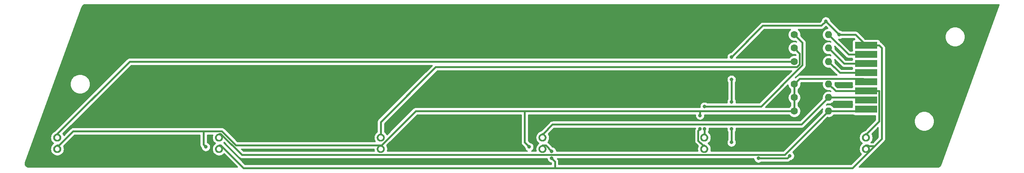
<source format=gbr>
%TF.GenerationSoftware,KiCad,Pcbnew,(5.1.10)-1*%
%TF.CreationDate,2022-02-25T11:13:06-05:00*%
%TF.ProjectId,chunair,6368756e-6169-4722-9e6b-696361645f70,rev?*%
%TF.SameCoordinates,Original*%
%TF.FileFunction,Copper,L1,Top*%
%TF.FilePolarity,Positive*%
%FSLAX46Y46*%
G04 Gerber Fmt 4.6, Leading zero omitted, Abs format (unit mm)*
G04 Created by KiCad (PCBNEW (5.1.10)-1) date 2022-02-25 11:13:06*
%MOMM*%
%LPD*%
G01*
G04 APERTURE LIST*
%TA.AperFunction,ComponentPad*%
%ADD10O,1.600000X1.600000*%
%TD*%
%TA.AperFunction,ComponentPad*%
%ADD11C,1.600000*%
%TD*%
%TA.AperFunction,SMDPad,CuDef*%
%ADD12R,5.000000X1.500000*%
%TD*%
%TA.AperFunction,SMDPad,CuDef*%
%ADD13C,0.100000*%
%TD*%
%TA.AperFunction,ViaPad*%
%ADD14C,0.800000*%
%TD*%
%TA.AperFunction,Conductor*%
%ADD15C,0.381000*%
%TD*%
%TA.AperFunction,NonConductor*%
%ADD16C,0.254000*%
%TD*%
%TA.AperFunction,NonConductor*%
%ADD17C,0.100000*%
%TD*%
G04 APERTURE END LIST*
D10*
%TO.P,R6,2*%
%TO.N,/A10*%
X216620000Y-100000000D03*
D11*
%TO.P,R6,1*%
%TO.N,GND*%
X209000000Y-100000000D03*
%TD*%
D10*
%TO.P,R5,2*%
%TO.N,/6*%
X216620000Y-89000000D03*
D11*
%TO.P,R5,1*%
%TO.N,Net-(D5-Pad1)*%
X209000000Y-89000000D03*
%TD*%
D10*
%TO.P,R4,2*%
%TO.N,/A0*%
X216620000Y-103000000D03*
D11*
%TO.P,R4,1*%
%TO.N,GND*%
X209000000Y-103000000D03*
%TD*%
D10*
%TO.P,R3,2*%
%TO.N,/16*%
X216620000Y-92000000D03*
D11*
%TO.P,R3,1*%
%TO.N,Net-(D3-Pad1)*%
X209000000Y-92000000D03*
%TD*%
D10*
%TO.P,R2,2*%
%TO.N,/A2*%
X216620000Y-106000000D03*
D11*
%TO.P,R2,1*%
%TO.N,GND*%
X209000000Y-106000000D03*
%TD*%
D10*
%TO.P,R1,2*%
%TO.N,/14*%
X216620000Y-95000000D03*
D11*
%TO.P,R1,1*%
%TO.N,Net-(D1-Pad1)*%
X209000000Y-95000000D03*
%TD*%
D12*
%TO.P,J1,8*%
%TO.N,/A2*%
X225000000Y-105628000D03*
%TO.P,J1,7*%
%TO.N,/A0*%
X225000000Y-103596000D03*
%TO.P,J1,4*%
%TO.N,/14*%
X225000000Y-97500000D03*
%TO.P,J1,5*%
%TO.N,GND*%
X225000000Y-99532000D03*
%TO.P,J1,6*%
%TO.N,/A10*%
X225000000Y-101564000D03*
%TO.P,J1,2*%
%TO.N,/6*%
X225000000Y-93436000D03*
%TO.P,J1,3*%
%TO.N,/16*%
X225000000Y-95468000D03*
%TO.P,J1,1*%
%TO.N,+5V*%
X225000000Y-91404000D03*
%TD*%
%TA.AperFunction,SMDPad,CuDef*%
D13*
%TO.P,D6,2*%
%TO.N,+5V*%
G36*
X224057324Y-114337627D02*
G01*
X224074555Y-114251002D01*
X224100193Y-114166483D01*
X224133993Y-114084884D01*
X224175627Y-114006992D01*
X224224696Y-113933555D01*
X224280727Y-113865281D01*
X224343180Y-113802828D01*
X224411454Y-113746797D01*
X224484891Y-113697728D01*
X224562783Y-113656094D01*
X224644382Y-113622294D01*
X224728901Y-113596656D01*
X224815526Y-113579425D01*
X224903422Y-113570768D01*
X224929211Y-113570768D01*
X224937769Y-113569925D01*
X224957397Y-113569925D01*
X224965955Y-113570768D01*
X224991744Y-113570768D01*
X225079640Y-113579425D01*
X225166265Y-113596656D01*
X225250784Y-113622294D01*
X225332383Y-113656094D01*
X225410275Y-113697728D01*
X225483712Y-113746797D01*
X225551986Y-113802828D01*
X225614439Y-113865281D01*
X225670470Y-113933555D01*
X225719539Y-114006992D01*
X225761173Y-114084884D01*
X225794973Y-114166483D01*
X225820611Y-114251002D01*
X225837842Y-114337627D01*
X225846499Y-114425523D01*
X225846499Y-114513845D01*
X225837842Y-114601741D01*
X225820611Y-114688366D01*
X225794973Y-114772885D01*
X225761173Y-114854484D01*
X225719539Y-114932376D01*
X225670470Y-115005813D01*
X225614439Y-115074087D01*
X225551986Y-115136540D01*
X225483712Y-115192571D01*
X225410275Y-115241640D01*
X225332383Y-115283274D01*
X225250784Y-115317074D01*
X225166265Y-115342712D01*
X225079640Y-115359943D01*
X224991744Y-115368600D01*
X224923049Y-115368600D01*
X224923049Y-114969082D01*
X224972117Y-114969082D01*
X225020948Y-114964272D01*
X225069073Y-114954700D01*
X225116028Y-114940456D01*
X225161361Y-114921679D01*
X225204634Y-114898548D01*
X225245433Y-114871288D01*
X225283362Y-114840160D01*
X225318059Y-114805463D01*
X225349187Y-114767534D01*
X225376447Y-114726735D01*
X225399578Y-114683462D01*
X225418355Y-114638129D01*
X225432599Y-114591174D01*
X225442171Y-114543049D01*
X225446981Y-114494218D01*
X225446981Y-114445150D01*
X225442171Y-114396319D01*
X225432599Y-114348194D01*
X225418355Y-114301239D01*
X225399578Y-114255906D01*
X225376447Y-114212633D01*
X225349187Y-114171834D01*
X225318059Y-114133905D01*
X225283362Y-114099208D01*
X225245433Y-114068080D01*
X225204634Y-114040820D01*
X225161361Y-114017689D01*
X225116028Y-113998912D01*
X225069073Y-113984668D01*
X225020948Y-113975096D01*
X224972117Y-113970286D01*
X224923049Y-113970286D01*
X224874218Y-113975096D01*
X224826093Y-113984668D01*
X224779138Y-113998912D01*
X224733805Y-114017689D01*
X224690532Y-114040820D01*
X224649733Y-114068080D01*
X224611804Y-114099208D01*
X224577107Y-114133905D01*
X224545979Y-114171834D01*
X224518719Y-114212633D01*
X224495588Y-114255906D01*
X224476811Y-114301239D01*
X224462567Y-114348194D01*
X224452995Y-114396319D01*
X224448185Y-114445150D01*
X224448185Y-114494218D01*
X224452995Y-114543049D01*
X224462567Y-114591174D01*
X224476811Y-114638129D01*
X224495588Y-114683462D01*
X224518719Y-114726735D01*
X224545979Y-114767534D01*
X224577107Y-114805463D01*
X224611804Y-114840160D01*
X224649733Y-114871288D01*
X224690532Y-114898548D01*
X224733805Y-114921679D01*
X224779138Y-114940456D01*
X224826093Y-114954700D01*
X224874218Y-114964272D01*
X224923049Y-114969082D01*
X224923049Y-115368600D01*
X224903422Y-115368600D01*
X224815526Y-115359943D01*
X224728901Y-115342712D01*
X224644382Y-115317074D01*
X224562783Y-115283274D01*
X224484891Y-115241640D01*
X224411454Y-115192571D01*
X224343180Y-115136540D01*
X224280727Y-115074087D01*
X224224696Y-115005813D01*
X224175627Y-114932376D01*
X224133993Y-114854484D01*
X224100193Y-114772885D01*
X224074555Y-114688366D01*
X224057324Y-114601741D01*
X224048667Y-114513845D01*
X224048667Y-114425523D01*
X224057324Y-114337627D01*
G37*
%TD.AperFunction*%
%TA.AperFunction,SMDPad,CuDef*%
%TO.P,D6,1*%
%TO.N,/A10*%
G36*
X224057324Y-111797627D02*
G01*
X224074555Y-111711002D01*
X224100193Y-111626483D01*
X224133993Y-111544884D01*
X224175627Y-111466992D01*
X224224696Y-111393555D01*
X224280727Y-111325281D01*
X224343180Y-111262828D01*
X224411454Y-111206797D01*
X224484891Y-111157728D01*
X224562783Y-111116094D01*
X224644382Y-111082294D01*
X224728901Y-111056656D01*
X224815526Y-111039425D01*
X224903422Y-111030768D01*
X224929211Y-111030768D01*
X224937769Y-111029925D01*
X224957397Y-111029925D01*
X224965955Y-111030768D01*
X224991744Y-111030768D01*
X225079640Y-111039425D01*
X225166265Y-111056656D01*
X225250784Y-111082294D01*
X225332383Y-111116094D01*
X225410275Y-111157728D01*
X225483712Y-111206797D01*
X225551986Y-111262828D01*
X225614439Y-111325281D01*
X225670470Y-111393555D01*
X225719539Y-111466992D01*
X225761173Y-111544884D01*
X225794973Y-111626483D01*
X225820611Y-111711002D01*
X225837842Y-111797627D01*
X225846499Y-111885523D01*
X225846499Y-111973845D01*
X225837842Y-112061741D01*
X225820611Y-112148366D01*
X225794973Y-112232885D01*
X225761173Y-112314484D01*
X225719539Y-112392376D01*
X225670470Y-112465813D01*
X225614439Y-112534087D01*
X225551986Y-112596540D01*
X225483712Y-112652571D01*
X225410275Y-112701640D01*
X225332383Y-112743274D01*
X225250784Y-112777074D01*
X225166265Y-112802712D01*
X225079640Y-112819943D01*
X224991744Y-112828600D01*
X224923049Y-112828600D01*
X224923049Y-112429082D01*
X224972117Y-112429082D01*
X225020948Y-112424272D01*
X225069073Y-112414700D01*
X225116028Y-112400456D01*
X225161361Y-112381679D01*
X225204634Y-112358548D01*
X225245433Y-112331288D01*
X225283362Y-112300160D01*
X225318059Y-112265463D01*
X225349187Y-112227534D01*
X225376447Y-112186735D01*
X225399578Y-112143462D01*
X225418355Y-112098129D01*
X225432599Y-112051174D01*
X225442171Y-112003049D01*
X225446981Y-111954218D01*
X225446981Y-111905150D01*
X225442171Y-111856319D01*
X225432599Y-111808194D01*
X225418355Y-111761239D01*
X225399578Y-111715906D01*
X225376447Y-111672633D01*
X225349187Y-111631834D01*
X225318059Y-111593905D01*
X225283362Y-111559208D01*
X225245433Y-111528080D01*
X225204634Y-111500820D01*
X225161361Y-111477689D01*
X225116028Y-111458912D01*
X225069073Y-111444668D01*
X225020948Y-111435096D01*
X224972117Y-111430286D01*
X224923049Y-111430286D01*
X224874218Y-111435096D01*
X224826093Y-111444668D01*
X224779138Y-111458912D01*
X224733805Y-111477689D01*
X224690532Y-111500820D01*
X224649733Y-111528080D01*
X224611804Y-111559208D01*
X224577107Y-111593905D01*
X224545979Y-111631834D01*
X224518719Y-111672633D01*
X224495588Y-111715906D01*
X224476811Y-111761239D01*
X224462567Y-111808194D01*
X224452995Y-111856319D01*
X224448185Y-111905150D01*
X224448185Y-111954218D01*
X224452995Y-112003049D01*
X224462567Y-112051174D01*
X224476811Y-112098129D01*
X224495588Y-112143462D01*
X224518719Y-112186735D01*
X224545979Y-112227534D01*
X224577107Y-112265463D01*
X224611804Y-112300160D01*
X224649733Y-112331288D01*
X224690532Y-112358548D01*
X224733805Y-112381679D01*
X224779138Y-112400456D01*
X224826093Y-112414700D01*
X224874218Y-112424272D01*
X224923049Y-112429082D01*
X224923049Y-112828600D01*
X224903422Y-112828600D01*
X224815526Y-112819943D01*
X224728901Y-112802712D01*
X224644382Y-112777074D01*
X224562783Y-112743274D01*
X224484891Y-112701640D01*
X224411454Y-112652571D01*
X224343180Y-112596540D01*
X224280727Y-112534087D01*
X224224696Y-112465813D01*
X224175627Y-112392376D01*
X224133993Y-112314484D01*
X224100193Y-112232885D01*
X224074555Y-112148366D01*
X224057324Y-112061741D01*
X224048667Y-111973845D01*
X224048667Y-111885523D01*
X224057324Y-111797627D01*
G37*
%TD.AperFunction*%
%TD*%
%TA.AperFunction,SMDPad,CuDef*%
%TO.P,D5,2*%
%TO.N,GND*%
G36*
X188057324Y-114337627D02*
G01*
X188074555Y-114251002D01*
X188100193Y-114166483D01*
X188133993Y-114084884D01*
X188175627Y-114006992D01*
X188224696Y-113933555D01*
X188280727Y-113865281D01*
X188343180Y-113802828D01*
X188411454Y-113746797D01*
X188484891Y-113697728D01*
X188562783Y-113656094D01*
X188644382Y-113622294D01*
X188728901Y-113596656D01*
X188815526Y-113579425D01*
X188903422Y-113570768D01*
X188929211Y-113570768D01*
X188937769Y-113569925D01*
X188957397Y-113569925D01*
X188965955Y-113570768D01*
X188991744Y-113570768D01*
X189079640Y-113579425D01*
X189166265Y-113596656D01*
X189250784Y-113622294D01*
X189332383Y-113656094D01*
X189410275Y-113697728D01*
X189483712Y-113746797D01*
X189551986Y-113802828D01*
X189614439Y-113865281D01*
X189670470Y-113933555D01*
X189719539Y-114006992D01*
X189761173Y-114084884D01*
X189794973Y-114166483D01*
X189820611Y-114251002D01*
X189837842Y-114337627D01*
X189846499Y-114425523D01*
X189846499Y-114513845D01*
X189837842Y-114601741D01*
X189820611Y-114688366D01*
X189794973Y-114772885D01*
X189761173Y-114854484D01*
X189719539Y-114932376D01*
X189670470Y-115005813D01*
X189614439Y-115074087D01*
X189551986Y-115136540D01*
X189483712Y-115192571D01*
X189410275Y-115241640D01*
X189332383Y-115283274D01*
X189250784Y-115317074D01*
X189166265Y-115342712D01*
X189079640Y-115359943D01*
X188991744Y-115368600D01*
X188923049Y-115368600D01*
X188923049Y-114969082D01*
X188972117Y-114969082D01*
X189020948Y-114964272D01*
X189069073Y-114954700D01*
X189116028Y-114940456D01*
X189161361Y-114921679D01*
X189204634Y-114898548D01*
X189245433Y-114871288D01*
X189283362Y-114840160D01*
X189318059Y-114805463D01*
X189349187Y-114767534D01*
X189376447Y-114726735D01*
X189399578Y-114683462D01*
X189418355Y-114638129D01*
X189432599Y-114591174D01*
X189442171Y-114543049D01*
X189446981Y-114494218D01*
X189446981Y-114445150D01*
X189442171Y-114396319D01*
X189432599Y-114348194D01*
X189418355Y-114301239D01*
X189399578Y-114255906D01*
X189376447Y-114212633D01*
X189349187Y-114171834D01*
X189318059Y-114133905D01*
X189283362Y-114099208D01*
X189245433Y-114068080D01*
X189204634Y-114040820D01*
X189161361Y-114017689D01*
X189116028Y-113998912D01*
X189069073Y-113984668D01*
X189020948Y-113975096D01*
X188972117Y-113970286D01*
X188923049Y-113970286D01*
X188874218Y-113975096D01*
X188826093Y-113984668D01*
X188779138Y-113998912D01*
X188733805Y-114017689D01*
X188690532Y-114040820D01*
X188649733Y-114068080D01*
X188611804Y-114099208D01*
X188577107Y-114133905D01*
X188545979Y-114171834D01*
X188518719Y-114212633D01*
X188495588Y-114255906D01*
X188476811Y-114301239D01*
X188462567Y-114348194D01*
X188452995Y-114396319D01*
X188448185Y-114445150D01*
X188448185Y-114494218D01*
X188452995Y-114543049D01*
X188462567Y-114591174D01*
X188476811Y-114638129D01*
X188495588Y-114683462D01*
X188518719Y-114726735D01*
X188545979Y-114767534D01*
X188577107Y-114805463D01*
X188611804Y-114840160D01*
X188649733Y-114871288D01*
X188690532Y-114898548D01*
X188733805Y-114921679D01*
X188779138Y-114940456D01*
X188826093Y-114954700D01*
X188874218Y-114964272D01*
X188923049Y-114969082D01*
X188923049Y-115368600D01*
X188903422Y-115368600D01*
X188815526Y-115359943D01*
X188728901Y-115342712D01*
X188644382Y-115317074D01*
X188562783Y-115283274D01*
X188484891Y-115241640D01*
X188411454Y-115192571D01*
X188343180Y-115136540D01*
X188280727Y-115074087D01*
X188224696Y-115005813D01*
X188175627Y-114932376D01*
X188133993Y-114854484D01*
X188100193Y-114772885D01*
X188074555Y-114688366D01*
X188057324Y-114601741D01*
X188048667Y-114513845D01*
X188048667Y-114425523D01*
X188057324Y-114337627D01*
G37*
%TD.AperFunction*%
%TA.AperFunction,SMDPad,CuDef*%
%TO.P,D5,1*%
%TO.N,Net-(D5-Pad1)*%
G36*
X188057324Y-111797627D02*
G01*
X188074555Y-111711002D01*
X188100193Y-111626483D01*
X188133993Y-111544884D01*
X188175627Y-111466992D01*
X188224696Y-111393555D01*
X188280727Y-111325281D01*
X188343180Y-111262828D01*
X188411454Y-111206797D01*
X188484891Y-111157728D01*
X188562783Y-111116094D01*
X188644382Y-111082294D01*
X188728901Y-111056656D01*
X188815526Y-111039425D01*
X188903422Y-111030768D01*
X188929211Y-111030768D01*
X188937769Y-111029925D01*
X188957397Y-111029925D01*
X188965955Y-111030768D01*
X188991744Y-111030768D01*
X189079640Y-111039425D01*
X189166265Y-111056656D01*
X189250784Y-111082294D01*
X189332383Y-111116094D01*
X189410275Y-111157728D01*
X189483712Y-111206797D01*
X189551986Y-111262828D01*
X189614439Y-111325281D01*
X189670470Y-111393555D01*
X189719539Y-111466992D01*
X189761173Y-111544884D01*
X189794973Y-111626483D01*
X189820611Y-111711002D01*
X189837842Y-111797627D01*
X189846499Y-111885523D01*
X189846499Y-111973845D01*
X189837842Y-112061741D01*
X189820611Y-112148366D01*
X189794973Y-112232885D01*
X189761173Y-112314484D01*
X189719539Y-112392376D01*
X189670470Y-112465813D01*
X189614439Y-112534087D01*
X189551986Y-112596540D01*
X189483712Y-112652571D01*
X189410275Y-112701640D01*
X189332383Y-112743274D01*
X189250784Y-112777074D01*
X189166265Y-112802712D01*
X189079640Y-112819943D01*
X188991744Y-112828600D01*
X188923049Y-112828600D01*
X188923049Y-112429082D01*
X188972117Y-112429082D01*
X189020948Y-112424272D01*
X189069073Y-112414700D01*
X189116028Y-112400456D01*
X189161361Y-112381679D01*
X189204634Y-112358548D01*
X189245433Y-112331288D01*
X189283362Y-112300160D01*
X189318059Y-112265463D01*
X189349187Y-112227534D01*
X189376447Y-112186735D01*
X189399578Y-112143462D01*
X189418355Y-112098129D01*
X189432599Y-112051174D01*
X189442171Y-112003049D01*
X189446981Y-111954218D01*
X189446981Y-111905150D01*
X189442171Y-111856319D01*
X189432599Y-111808194D01*
X189418355Y-111761239D01*
X189399578Y-111715906D01*
X189376447Y-111672633D01*
X189349187Y-111631834D01*
X189318059Y-111593905D01*
X189283362Y-111559208D01*
X189245433Y-111528080D01*
X189204634Y-111500820D01*
X189161361Y-111477689D01*
X189116028Y-111458912D01*
X189069073Y-111444668D01*
X189020948Y-111435096D01*
X188972117Y-111430286D01*
X188923049Y-111430286D01*
X188874218Y-111435096D01*
X188826093Y-111444668D01*
X188779138Y-111458912D01*
X188733805Y-111477689D01*
X188690532Y-111500820D01*
X188649733Y-111528080D01*
X188611804Y-111559208D01*
X188577107Y-111593905D01*
X188545979Y-111631834D01*
X188518719Y-111672633D01*
X188495588Y-111715906D01*
X188476811Y-111761239D01*
X188462567Y-111808194D01*
X188452995Y-111856319D01*
X188448185Y-111905150D01*
X188448185Y-111954218D01*
X188452995Y-112003049D01*
X188462567Y-112051174D01*
X188476811Y-112098129D01*
X188495588Y-112143462D01*
X188518719Y-112186735D01*
X188545979Y-112227534D01*
X188577107Y-112265463D01*
X188611804Y-112300160D01*
X188649733Y-112331288D01*
X188690532Y-112358548D01*
X188733805Y-112381679D01*
X188779138Y-112400456D01*
X188826093Y-112414700D01*
X188874218Y-112424272D01*
X188923049Y-112429082D01*
X188923049Y-112828600D01*
X188903422Y-112828600D01*
X188815526Y-112819943D01*
X188728901Y-112802712D01*
X188644382Y-112777074D01*
X188562783Y-112743274D01*
X188484891Y-112701640D01*
X188411454Y-112652571D01*
X188343180Y-112596540D01*
X188280727Y-112534087D01*
X188224696Y-112465813D01*
X188175627Y-112392376D01*
X188133993Y-112314484D01*
X188100193Y-112232885D01*
X188074555Y-112148366D01*
X188057324Y-112061741D01*
X188048667Y-111973845D01*
X188048667Y-111885523D01*
X188057324Y-111797627D01*
G37*
%TD.AperFunction*%
%TD*%
%TA.AperFunction,SMDPad,CuDef*%
%TO.P,D4,2*%
%TO.N,+5V*%
G36*
X152057324Y-114337627D02*
G01*
X152074555Y-114251002D01*
X152100193Y-114166483D01*
X152133993Y-114084884D01*
X152175627Y-114006992D01*
X152224696Y-113933555D01*
X152280727Y-113865281D01*
X152343180Y-113802828D01*
X152411454Y-113746797D01*
X152484891Y-113697728D01*
X152562783Y-113656094D01*
X152644382Y-113622294D01*
X152728901Y-113596656D01*
X152815526Y-113579425D01*
X152903422Y-113570768D01*
X152929211Y-113570768D01*
X152937769Y-113569925D01*
X152957397Y-113569925D01*
X152965955Y-113570768D01*
X152991744Y-113570768D01*
X153079640Y-113579425D01*
X153166265Y-113596656D01*
X153250784Y-113622294D01*
X153332383Y-113656094D01*
X153410275Y-113697728D01*
X153483712Y-113746797D01*
X153551986Y-113802828D01*
X153614439Y-113865281D01*
X153670470Y-113933555D01*
X153719539Y-114006992D01*
X153761173Y-114084884D01*
X153794973Y-114166483D01*
X153820611Y-114251002D01*
X153837842Y-114337627D01*
X153846499Y-114425523D01*
X153846499Y-114513845D01*
X153837842Y-114601741D01*
X153820611Y-114688366D01*
X153794973Y-114772885D01*
X153761173Y-114854484D01*
X153719539Y-114932376D01*
X153670470Y-115005813D01*
X153614439Y-115074087D01*
X153551986Y-115136540D01*
X153483712Y-115192571D01*
X153410275Y-115241640D01*
X153332383Y-115283274D01*
X153250784Y-115317074D01*
X153166265Y-115342712D01*
X153079640Y-115359943D01*
X152991744Y-115368600D01*
X152923049Y-115368600D01*
X152923049Y-114969082D01*
X152972117Y-114969082D01*
X153020948Y-114964272D01*
X153069073Y-114954700D01*
X153116028Y-114940456D01*
X153161361Y-114921679D01*
X153204634Y-114898548D01*
X153245433Y-114871288D01*
X153283362Y-114840160D01*
X153318059Y-114805463D01*
X153349187Y-114767534D01*
X153376447Y-114726735D01*
X153399578Y-114683462D01*
X153418355Y-114638129D01*
X153432599Y-114591174D01*
X153442171Y-114543049D01*
X153446981Y-114494218D01*
X153446981Y-114445150D01*
X153442171Y-114396319D01*
X153432599Y-114348194D01*
X153418355Y-114301239D01*
X153399578Y-114255906D01*
X153376447Y-114212633D01*
X153349187Y-114171834D01*
X153318059Y-114133905D01*
X153283362Y-114099208D01*
X153245433Y-114068080D01*
X153204634Y-114040820D01*
X153161361Y-114017689D01*
X153116028Y-113998912D01*
X153069073Y-113984668D01*
X153020948Y-113975096D01*
X152972117Y-113970286D01*
X152923049Y-113970286D01*
X152874218Y-113975096D01*
X152826093Y-113984668D01*
X152779138Y-113998912D01*
X152733805Y-114017689D01*
X152690532Y-114040820D01*
X152649733Y-114068080D01*
X152611804Y-114099208D01*
X152577107Y-114133905D01*
X152545979Y-114171834D01*
X152518719Y-114212633D01*
X152495588Y-114255906D01*
X152476811Y-114301239D01*
X152462567Y-114348194D01*
X152452995Y-114396319D01*
X152448185Y-114445150D01*
X152448185Y-114494218D01*
X152452995Y-114543049D01*
X152462567Y-114591174D01*
X152476811Y-114638129D01*
X152495588Y-114683462D01*
X152518719Y-114726735D01*
X152545979Y-114767534D01*
X152577107Y-114805463D01*
X152611804Y-114840160D01*
X152649733Y-114871288D01*
X152690532Y-114898548D01*
X152733805Y-114921679D01*
X152779138Y-114940456D01*
X152826093Y-114954700D01*
X152874218Y-114964272D01*
X152923049Y-114969082D01*
X152923049Y-115368600D01*
X152903422Y-115368600D01*
X152815526Y-115359943D01*
X152728901Y-115342712D01*
X152644382Y-115317074D01*
X152562783Y-115283274D01*
X152484891Y-115241640D01*
X152411454Y-115192571D01*
X152343180Y-115136540D01*
X152280727Y-115074087D01*
X152224696Y-115005813D01*
X152175627Y-114932376D01*
X152133993Y-114854484D01*
X152100193Y-114772885D01*
X152074555Y-114688366D01*
X152057324Y-114601741D01*
X152048667Y-114513845D01*
X152048667Y-114425523D01*
X152057324Y-114337627D01*
G37*
%TD.AperFunction*%
%TA.AperFunction,SMDPad,CuDef*%
%TO.P,D4,1*%
%TO.N,/A0*%
G36*
X152057324Y-111797627D02*
G01*
X152074555Y-111711002D01*
X152100193Y-111626483D01*
X152133993Y-111544884D01*
X152175627Y-111466992D01*
X152224696Y-111393555D01*
X152280727Y-111325281D01*
X152343180Y-111262828D01*
X152411454Y-111206797D01*
X152484891Y-111157728D01*
X152562783Y-111116094D01*
X152644382Y-111082294D01*
X152728901Y-111056656D01*
X152815526Y-111039425D01*
X152903422Y-111030768D01*
X152929211Y-111030768D01*
X152937769Y-111029925D01*
X152957397Y-111029925D01*
X152965955Y-111030768D01*
X152991744Y-111030768D01*
X153079640Y-111039425D01*
X153166265Y-111056656D01*
X153250784Y-111082294D01*
X153332383Y-111116094D01*
X153410275Y-111157728D01*
X153483712Y-111206797D01*
X153551986Y-111262828D01*
X153614439Y-111325281D01*
X153670470Y-111393555D01*
X153719539Y-111466992D01*
X153761173Y-111544884D01*
X153794973Y-111626483D01*
X153820611Y-111711002D01*
X153837842Y-111797627D01*
X153846499Y-111885523D01*
X153846499Y-111973845D01*
X153837842Y-112061741D01*
X153820611Y-112148366D01*
X153794973Y-112232885D01*
X153761173Y-112314484D01*
X153719539Y-112392376D01*
X153670470Y-112465813D01*
X153614439Y-112534087D01*
X153551986Y-112596540D01*
X153483712Y-112652571D01*
X153410275Y-112701640D01*
X153332383Y-112743274D01*
X153250784Y-112777074D01*
X153166265Y-112802712D01*
X153079640Y-112819943D01*
X152991744Y-112828600D01*
X152923049Y-112828600D01*
X152923049Y-112429082D01*
X152972117Y-112429082D01*
X153020948Y-112424272D01*
X153069073Y-112414700D01*
X153116028Y-112400456D01*
X153161361Y-112381679D01*
X153204634Y-112358548D01*
X153245433Y-112331288D01*
X153283362Y-112300160D01*
X153318059Y-112265463D01*
X153349187Y-112227534D01*
X153376447Y-112186735D01*
X153399578Y-112143462D01*
X153418355Y-112098129D01*
X153432599Y-112051174D01*
X153442171Y-112003049D01*
X153446981Y-111954218D01*
X153446981Y-111905150D01*
X153442171Y-111856319D01*
X153432599Y-111808194D01*
X153418355Y-111761239D01*
X153399578Y-111715906D01*
X153376447Y-111672633D01*
X153349187Y-111631834D01*
X153318059Y-111593905D01*
X153283362Y-111559208D01*
X153245433Y-111528080D01*
X153204634Y-111500820D01*
X153161361Y-111477689D01*
X153116028Y-111458912D01*
X153069073Y-111444668D01*
X153020948Y-111435096D01*
X152972117Y-111430286D01*
X152923049Y-111430286D01*
X152874218Y-111435096D01*
X152826093Y-111444668D01*
X152779138Y-111458912D01*
X152733805Y-111477689D01*
X152690532Y-111500820D01*
X152649733Y-111528080D01*
X152611804Y-111559208D01*
X152577107Y-111593905D01*
X152545979Y-111631834D01*
X152518719Y-111672633D01*
X152495588Y-111715906D01*
X152476811Y-111761239D01*
X152462567Y-111808194D01*
X152452995Y-111856319D01*
X152448185Y-111905150D01*
X152448185Y-111954218D01*
X152452995Y-112003049D01*
X152462567Y-112051174D01*
X152476811Y-112098129D01*
X152495588Y-112143462D01*
X152518719Y-112186735D01*
X152545979Y-112227534D01*
X152577107Y-112265463D01*
X152611804Y-112300160D01*
X152649733Y-112331288D01*
X152690532Y-112358548D01*
X152733805Y-112381679D01*
X152779138Y-112400456D01*
X152826093Y-112414700D01*
X152874218Y-112424272D01*
X152923049Y-112429082D01*
X152923049Y-112828600D01*
X152903422Y-112828600D01*
X152815526Y-112819943D01*
X152728901Y-112802712D01*
X152644382Y-112777074D01*
X152562783Y-112743274D01*
X152484891Y-112701640D01*
X152411454Y-112652571D01*
X152343180Y-112596540D01*
X152280727Y-112534087D01*
X152224696Y-112465813D01*
X152175627Y-112392376D01*
X152133993Y-112314484D01*
X152100193Y-112232885D01*
X152074555Y-112148366D01*
X152057324Y-112061741D01*
X152048667Y-111973845D01*
X152048667Y-111885523D01*
X152057324Y-111797627D01*
G37*
%TD.AperFunction*%
%TD*%
%TA.AperFunction,SMDPad,CuDef*%
%TO.P,D3,2*%
%TO.N,GND*%
G36*
X116057323Y-114337627D02*
G01*
X116074554Y-114251002D01*
X116100192Y-114166483D01*
X116133992Y-114084884D01*
X116175626Y-114006992D01*
X116224695Y-113933555D01*
X116280726Y-113865281D01*
X116343179Y-113802828D01*
X116411453Y-113746797D01*
X116484890Y-113697728D01*
X116562782Y-113656094D01*
X116644381Y-113622294D01*
X116728900Y-113596656D01*
X116815525Y-113579425D01*
X116903421Y-113570768D01*
X116929210Y-113570768D01*
X116937768Y-113569925D01*
X116957396Y-113569925D01*
X116965954Y-113570768D01*
X116991743Y-113570768D01*
X117079639Y-113579425D01*
X117166264Y-113596656D01*
X117250783Y-113622294D01*
X117332382Y-113656094D01*
X117410274Y-113697728D01*
X117483711Y-113746797D01*
X117551985Y-113802828D01*
X117614438Y-113865281D01*
X117670469Y-113933555D01*
X117719538Y-114006992D01*
X117761172Y-114084884D01*
X117794972Y-114166483D01*
X117820610Y-114251002D01*
X117837841Y-114337627D01*
X117846498Y-114425523D01*
X117846498Y-114513845D01*
X117837841Y-114601741D01*
X117820610Y-114688366D01*
X117794972Y-114772885D01*
X117761172Y-114854484D01*
X117719538Y-114932376D01*
X117670469Y-115005813D01*
X117614438Y-115074087D01*
X117551985Y-115136540D01*
X117483711Y-115192571D01*
X117410274Y-115241640D01*
X117332382Y-115283274D01*
X117250783Y-115317074D01*
X117166264Y-115342712D01*
X117079639Y-115359943D01*
X116991743Y-115368600D01*
X116923048Y-115368600D01*
X116923048Y-114969082D01*
X116972116Y-114969082D01*
X117020947Y-114964272D01*
X117069072Y-114954700D01*
X117116027Y-114940456D01*
X117161360Y-114921679D01*
X117204633Y-114898548D01*
X117245432Y-114871288D01*
X117283361Y-114840160D01*
X117318058Y-114805463D01*
X117349186Y-114767534D01*
X117376446Y-114726735D01*
X117399577Y-114683462D01*
X117418354Y-114638129D01*
X117432598Y-114591174D01*
X117442170Y-114543049D01*
X117446980Y-114494218D01*
X117446980Y-114445150D01*
X117442170Y-114396319D01*
X117432598Y-114348194D01*
X117418354Y-114301239D01*
X117399577Y-114255906D01*
X117376446Y-114212633D01*
X117349186Y-114171834D01*
X117318058Y-114133905D01*
X117283361Y-114099208D01*
X117245432Y-114068080D01*
X117204633Y-114040820D01*
X117161360Y-114017689D01*
X117116027Y-113998912D01*
X117069072Y-113984668D01*
X117020947Y-113975096D01*
X116972116Y-113970286D01*
X116923048Y-113970286D01*
X116874217Y-113975096D01*
X116826092Y-113984668D01*
X116779137Y-113998912D01*
X116733804Y-114017689D01*
X116690531Y-114040820D01*
X116649732Y-114068080D01*
X116611803Y-114099208D01*
X116577106Y-114133905D01*
X116545978Y-114171834D01*
X116518718Y-114212633D01*
X116495587Y-114255906D01*
X116476810Y-114301239D01*
X116462566Y-114348194D01*
X116452994Y-114396319D01*
X116448184Y-114445150D01*
X116448184Y-114494218D01*
X116452994Y-114543049D01*
X116462566Y-114591174D01*
X116476810Y-114638129D01*
X116495587Y-114683462D01*
X116518718Y-114726735D01*
X116545978Y-114767534D01*
X116577106Y-114805463D01*
X116611803Y-114840160D01*
X116649732Y-114871288D01*
X116690531Y-114898548D01*
X116733804Y-114921679D01*
X116779137Y-114940456D01*
X116826092Y-114954700D01*
X116874217Y-114964272D01*
X116923048Y-114969082D01*
X116923048Y-115368600D01*
X116903421Y-115368600D01*
X116815525Y-115359943D01*
X116728900Y-115342712D01*
X116644381Y-115317074D01*
X116562782Y-115283274D01*
X116484890Y-115241640D01*
X116411453Y-115192571D01*
X116343179Y-115136540D01*
X116280726Y-115074087D01*
X116224695Y-115005813D01*
X116175626Y-114932376D01*
X116133992Y-114854484D01*
X116100192Y-114772885D01*
X116074554Y-114688366D01*
X116057323Y-114601741D01*
X116048666Y-114513845D01*
X116048666Y-114425523D01*
X116057323Y-114337627D01*
G37*
%TD.AperFunction*%
%TA.AperFunction,SMDPad,CuDef*%
%TO.P,D3,1*%
%TO.N,Net-(D3-Pad1)*%
G36*
X116057323Y-111797627D02*
G01*
X116074554Y-111711002D01*
X116100192Y-111626483D01*
X116133992Y-111544884D01*
X116175626Y-111466992D01*
X116224695Y-111393555D01*
X116280726Y-111325281D01*
X116343179Y-111262828D01*
X116411453Y-111206797D01*
X116484890Y-111157728D01*
X116562782Y-111116094D01*
X116644381Y-111082294D01*
X116728900Y-111056656D01*
X116815525Y-111039425D01*
X116903421Y-111030768D01*
X116929210Y-111030768D01*
X116937768Y-111029925D01*
X116957396Y-111029925D01*
X116965954Y-111030768D01*
X116991743Y-111030768D01*
X117079639Y-111039425D01*
X117166264Y-111056656D01*
X117250783Y-111082294D01*
X117332382Y-111116094D01*
X117410274Y-111157728D01*
X117483711Y-111206797D01*
X117551985Y-111262828D01*
X117614438Y-111325281D01*
X117670469Y-111393555D01*
X117719538Y-111466992D01*
X117761172Y-111544884D01*
X117794972Y-111626483D01*
X117820610Y-111711002D01*
X117837841Y-111797627D01*
X117846498Y-111885523D01*
X117846498Y-111973845D01*
X117837841Y-112061741D01*
X117820610Y-112148366D01*
X117794972Y-112232885D01*
X117761172Y-112314484D01*
X117719538Y-112392376D01*
X117670469Y-112465813D01*
X117614438Y-112534087D01*
X117551985Y-112596540D01*
X117483711Y-112652571D01*
X117410274Y-112701640D01*
X117332382Y-112743274D01*
X117250783Y-112777074D01*
X117166264Y-112802712D01*
X117079639Y-112819943D01*
X116991743Y-112828600D01*
X116923048Y-112828600D01*
X116923048Y-112429082D01*
X116972116Y-112429082D01*
X117020947Y-112424272D01*
X117069072Y-112414700D01*
X117116027Y-112400456D01*
X117161360Y-112381679D01*
X117204633Y-112358548D01*
X117245432Y-112331288D01*
X117283361Y-112300160D01*
X117318058Y-112265463D01*
X117349186Y-112227534D01*
X117376446Y-112186735D01*
X117399577Y-112143462D01*
X117418354Y-112098129D01*
X117432598Y-112051174D01*
X117442170Y-112003049D01*
X117446980Y-111954218D01*
X117446980Y-111905150D01*
X117442170Y-111856319D01*
X117432598Y-111808194D01*
X117418354Y-111761239D01*
X117399577Y-111715906D01*
X117376446Y-111672633D01*
X117349186Y-111631834D01*
X117318058Y-111593905D01*
X117283361Y-111559208D01*
X117245432Y-111528080D01*
X117204633Y-111500820D01*
X117161360Y-111477689D01*
X117116027Y-111458912D01*
X117069072Y-111444668D01*
X117020947Y-111435096D01*
X116972116Y-111430286D01*
X116923048Y-111430286D01*
X116874217Y-111435096D01*
X116826092Y-111444668D01*
X116779137Y-111458912D01*
X116733804Y-111477689D01*
X116690531Y-111500820D01*
X116649732Y-111528080D01*
X116611803Y-111559208D01*
X116577106Y-111593905D01*
X116545978Y-111631834D01*
X116518718Y-111672633D01*
X116495587Y-111715906D01*
X116476810Y-111761239D01*
X116462566Y-111808194D01*
X116452994Y-111856319D01*
X116448184Y-111905150D01*
X116448184Y-111954218D01*
X116452994Y-112003049D01*
X116462566Y-112051174D01*
X116476810Y-112098129D01*
X116495587Y-112143462D01*
X116518718Y-112186735D01*
X116545978Y-112227534D01*
X116577106Y-112265463D01*
X116611803Y-112300160D01*
X116649732Y-112331288D01*
X116690531Y-112358548D01*
X116733804Y-112381679D01*
X116779137Y-112400456D01*
X116826092Y-112414700D01*
X116874217Y-112424272D01*
X116923048Y-112429082D01*
X116923048Y-112828600D01*
X116903421Y-112828600D01*
X116815525Y-112819943D01*
X116728900Y-112802712D01*
X116644381Y-112777074D01*
X116562782Y-112743274D01*
X116484890Y-112701640D01*
X116411453Y-112652571D01*
X116343179Y-112596540D01*
X116280726Y-112534087D01*
X116224695Y-112465813D01*
X116175626Y-112392376D01*
X116133992Y-112314484D01*
X116100192Y-112232885D01*
X116074554Y-112148366D01*
X116057323Y-112061741D01*
X116048666Y-111973845D01*
X116048666Y-111885523D01*
X116057323Y-111797627D01*
G37*
%TD.AperFunction*%
%TD*%
%TA.AperFunction,SMDPad,CuDef*%
%TO.P,D2,2*%
%TO.N,+5V*%
G36*
X80057324Y-114337627D02*
G01*
X80074555Y-114251002D01*
X80100193Y-114166483D01*
X80133993Y-114084884D01*
X80175627Y-114006992D01*
X80224696Y-113933555D01*
X80280727Y-113865281D01*
X80343180Y-113802828D01*
X80411454Y-113746797D01*
X80484891Y-113697728D01*
X80562783Y-113656094D01*
X80644382Y-113622294D01*
X80728901Y-113596656D01*
X80815526Y-113579425D01*
X80903422Y-113570768D01*
X80929211Y-113570768D01*
X80937769Y-113569925D01*
X80957397Y-113569925D01*
X80965955Y-113570768D01*
X80991744Y-113570768D01*
X81079640Y-113579425D01*
X81166265Y-113596656D01*
X81250784Y-113622294D01*
X81332383Y-113656094D01*
X81410275Y-113697728D01*
X81483712Y-113746797D01*
X81551986Y-113802828D01*
X81614439Y-113865281D01*
X81670470Y-113933555D01*
X81719539Y-114006992D01*
X81761173Y-114084884D01*
X81794973Y-114166483D01*
X81820611Y-114251002D01*
X81837842Y-114337627D01*
X81846499Y-114425523D01*
X81846499Y-114513845D01*
X81837842Y-114601741D01*
X81820611Y-114688366D01*
X81794973Y-114772885D01*
X81761173Y-114854484D01*
X81719539Y-114932376D01*
X81670470Y-115005813D01*
X81614439Y-115074087D01*
X81551986Y-115136540D01*
X81483712Y-115192571D01*
X81410275Y-115241640D01*
X81332383Y-115283274D01*
X81250784Y-115317074D01*
X81166265Y-115342712D01*
X81079640Y-115359943D01*
X80991744Y-115368600D01*
X80923049Y-115368600D01*
X80923049Y-114969082D01*
X80972117Y-114969082D01*
X81020948Y-114964272D01*
X81069073Y-114954700D01*
X81116028Y-114940456D01*
X81161361Y-114921679D01*
X81204634Y-114898548D01*
X81245433Y-114871288D01*
X81283362Y-114840160D01*
X81318059Y-114805463D01*
X81349187Y-114767534D01*
X81376447Y-114726735D01*
X81399578Y-114683462D01*
X81418355Y-114638129D01*
X81432599Y-114591174D01*
X81442171Y-114543049D01*
X81446981Y-114494218D01*
X81446981Y-114445150D01*
X81442171Y-114396319D01*
X81432599Y-114348194D01*
X81418355Y-114301239D01*
X81399578Y-114255906D01*
X81376447Y-114212633D01*
X81349187Y-114171834D01*
X81318059Y-114133905D01*
X81283362Y-114099208D01*
X81245433Y-114068080D01*
X81204634Y-114040820D01*
X81161361Y-114017689D01*
X81116028Y-113998912D01*
X81069073Y-113984668D01*
X81020948Y-113975096D01*
X80972117Y-113970286D01*
X80923049Y-113970286D01*
X80874218Y-113975096D01*
X80826093Y-113984668D01*
X80779138Y-113998912D01*
X80733805Y-114017689D01*
X80690532Y-114040820D01*
X80649733Y-114068080D01*
X80611804Y-114099208D01*
X80577107Y-114133905D01*
X80545979Y-114171834D01*
X80518719Y-114212633D01*
X80495588Y-114255906D01*
X80476811Y-114301239D01*
X80462567Y-114348194D01*
X80452995Y-114396319D01*
X80448185Y-114445150D01*
X80448185Y-114494218D01*
X80452995Y-114543049D01*
X80462567Y-114591174D01*
X80476811Y-114638129D01*
X80495588Y-114683462D01*
X80518719Y-114726735D01*
X80545979Y-114767534D01*
X80577107Y-114805463D01*
X80611804Y-114840160D01*
X80649733Y-114871288D01*
X80690532Y-114898548D01*
X80733805Y-114921679D01*
X80779138Y-114940456D01*
X80826093Y-114954700D01*
X80874218Y-114964272D01*
X80923049Y-114969082D01*
X80923049Y-115368600D01*
X80903422Y-115368600D01*
X80815526Y-115359943D01*
X80728901Y-115342712D01*
X80644382Y-115317074D01*
X80562783Y-115283274D01*
X80484891Y-115241640D01*
X80411454Y-115192571D01*
X80343180Y-115136540D01*
X80280727Y-115074087D01*
X80224696Y-115005813D01*
X80175627Y-114932376D01*
X80133993Y-114854484D01*
X80100193Y-114772885D01*
X80074555Y-114688366D01*
X80057324Y-114601741D01*
X80048667Y-114513845D01*
X80048667Y-114425523D01*
X80057324Y-114337627D01*
G37*
%TD.AperFunction*%
%TA.AperFunction,SMDPad,CuDef*%
%TO.P,D2,1*%
%TO.N,/A2*%
G36*
X80057324Y-111797627D02*
G01*
X80074555Y-111711002D01*
X80100193Y-111626483D01*
X80133993Y-111544884D01*
X80175627Y-111466992D01*
X80224696Y-111393555D01*
X80280727Y-111325281D01*
X80343180Y-111262828D01*
X80411454Y-111206797D01*
X80484891Y-111157728D01*
X80562783Y-111116094D01*
X80644382Y-111082294D01*
X80728901Y-111056656D01*
X80815526Y-111039425D01*
X80903422Y-111030768D01*
X80929211Y-111030768D01*
X80937769Y-111029925D01*
X80957397Y-111029925D01*
X80965955Y-111030768D01*
X80991744Y-111030768D01*
X81079640Y-111039425D01*
X81166265Y-111056656D01*
X81250784Y-111082294D01*
X81332383Y-111116094D01*
X81410275Y-111157728D01*
X81483712Y-111206797D01*
X81551986Y-111262828D01*
X81614439Y-111325281D01*
X81670470Y-111393555D01*
X81719539Y-111466992D01*
X81761173Y-111544884D01*
X81794973Y-111626483D01*
X81820611Y-111711002D01*
X81837842Y-111797627D01*
X81846499Y-111885523D01*
X81846499Y-111973845D01*
X81837842Y-112061741D01*
X81820611Y-112148366D01*
X81794973Y-112232885D01*
X81761173Y-112314484D01*
X81719539Y-112392376D01*
X81670470Y-112465813D01*
X81614439Y-112534087D01*
X81551986Y-112596540D01*
X81483712Y-112652571D01*
X81410275Y-112701640D01*
X81332383Y-112743274D01*
X81250784Y-112777074D01*
X81166265Y-112802712D01*
X81079640Y-112819943D01*
X80991744Y-112828600D01*
X80923049Y-112828600D01*
X80923049Y-112429082D01*
X80972117Y-112429082D01*
X81020948Y-112424272D01*
X81069073Y-112414700D01*
X81116028Y-112400456D01*
X81161361Y-112381679D01*
X81204634Y-112358548D01*
X81245433Y-112331288D01*
X81283362Y-112300160D01*
X81318059Y-112265463D01*
X81349187Y-112227534D01*
X81376447Y-112186735D01*
X81399578Y-112143462D01*
X81418355Y-112098129D01*
X81432599Y-112051174D01*
X81442171Y-112003049D01*
X81446981Y-111954218D01*
X81446981Y-111905150D01*
X81442171Y-111856319D01*
X81432599Y-111808194D01*
X81418355Y-111761239D01*
X81399578Y-111715906D01*
X81376447Y-111672633D01*
X81349187Y-111631834D01*
X81318059Y-111593905D01*
X81283362Y-111559208D01*
X81245433Y-111528080D01*
X81204634Y-111500820D01*
X81161361Y-111477689D01*
X81116028Y-111458912D01*
X81069073Y-111444668D01*
X81020948Y-111435096D01*
X80972117Y-111430286D01*
X80923049Y-111430286D01*
X80874218Y-111435096D01*
X80826093Y-111444668D01*
X80779138Y-111458912D01*
X80733805Y-111477689D01*
X80690532Y-111500820D01*
X80649733Y-111528080D01*
X80611804Y-111559208D01*
X80577107Y-111593905D01*
X80545979Y-111631834D01*
X80518719Y-111672633D01*
X80495588Y-111715906D01*
X80476811Y-111761239D01*
X80462567Y-111808194D01*
X80452995Y-111856319D01*
X80448185Y-111905150D01*
X80448185Y-111954218D01*
X80452995Y-112003049D01*
X80462567Y-112051174D01*
X80476811Y-112098129D01*
X80495588Y-112143462D01*
X80518719Y-112186735D01*
X80545979Y-112227534D01*
X80577107Y-112265463D01*
X80611804Y-112300160D01*
X80649733Y-112331288D01*
X80690532Y-112358548D01*
X80733805Y-112381679D01*
X80779138Y-112400456D01*
X80826093Y-112414700D01*
X80874218Y-112424272D01*
X80923049Y-112429082D01*
X80923049Y-112828600D01*
X80903422Y-112828600D01*
X80815526Y-112819943D01*
X80728901Y-112802712D01*
X80644382Y-112777074D01*
X80562783Y-112743274D01*
X80484891Y-112701640D01*
X80411454Y-112652571D01*
X80343180Y-112596540D01*
X80280727Y-112534087D01*
X80224696Y-112465813D01*
X80175627Y-112392376D01*
X80133993Y-112314484D01*
X80100193Y-112232885D01*
X80074555Y-112148366D01*
X80057324Y-112061741D01*
X80048667Y-111973845D01*
X80048667Y-111885523D01*
X80057324Y-111797627D01*
G37*
%TD.AperFunction*%
%TD*%
%TA.AperFunction,SMDPad,CuDef*%
%TO.P,D1,2*%
%TO.N,GND*%
G36*
X44057324Y-114337627D02*
G01*
X44074555Y-114251002D01*
X44100193Y-114166483D01*
X44133993Y-114084884D01*
X44175627Y-114006992D01*
X44224696Y-113933555D01*
X44280727Y-113865281D01*
X44343180Y-113802828D01*
X44411454Y-113746797D01*
X44484891Y-113697728D01*
X44562783Y-113656094D01*
X44644382Y-113622294D01*
X44728901Y-113596656D01*
X44815526Y-113579425D01*
X44903422Y-113570768D01*
X44929211Y-113570768D01*
X44937769Y-113569925D01*
X44957397Y-113569925D01*
X44965955Y-113570768D01*
X44991744Y-113570768D01*
X45079640Y-113579425D01*
X45166265Y-113596656D01*
X45250784Y-113622294D01*
X45332383Y-113656094D01*
X45410275Y-113697728D01*
X45483712Y-113746797D01*
X45551986Y-113802828D01*
X45614439Y-113865281D01*
X45670470Y-113933555D01*
X45719539Y-114006992D01*
X45761173Y-114084884D01*
X45794973Y-114166483D01*
X45820611Y-114251002D01*
X45837842Y-114337627D01*
X45846499Y-114425523D01*
X45846499Y-114513845D01*
X45837842Y-114601741D01*
X45820611Y-114688366D01*
X45794973Y-114772885D01*
X45761173Y-114854484D01*
X45719539Y-114932376D01*
X45670470Y-115005813D01*
X45614439Y-115074087D01*
X45551986Y-115136540D01*
X45483712Y-115192571D01*
X45410275Y-115241640D01*
X45332383Y-115283274D01*
X45250784Y-115317074D01*
X45166265Y-115342712D01*
X45079640Y-115359943D01*
X44991744Y-115368600D01*
X44923049Y-115368600D01*
X44923049Y-114969082D01*
X44972117Y-114969082D01*
X45020948Y-114964272D01*
X45069073Y-114954700D01*
X45116028Y-114940456D01*
X45161361Y-114921679D01*
X45204634Y-114898548D01*
X45245433Y-114871288D01*
X45283362Y-114840160D01*
X45318059Y-114805463D01*
X45349187Y-114767534D01*
X45376447Y-114726735D01*
X45399578Y-114683462D01*
X45418355Y-114638129D01*
X45432599Y-114591174D01*
X45442171Y-114543049D01*
X45446981Y-114494218D01*
X45446981Y-114445150D01*
X45442171Y-114396319D01*
X45432599Y-114348194D01*
X45418355Y-114301239D01*
X45399578Y-114255906D01*
X45376447Y-114212633D01*
X45349187Y-114171834D01*
X45318059Y-114133905D01*
X45283362Y-114099208D01*
X45245433Y-114068080D01*
X45204634Y-114040820D01*
X45161361Y-114017689D01*
X45116028Y-113998912D01*
X45069073Y-113984668D01*
X45020948Y-113975096D01*
X44972117Y-113970286D01*
X44923049Y-113970286D01*
X44874218Y-113975096D01*
X44826093Y-113984668D01*
X44779138Y-113998912D01*
X44733805Y-114017689D01*
X44690532Y-114040820D01*
X44649733Y-114068080D01*
X44611804Y-114099208D01*
X44577107Y-114133905D01*
X44545979Y-114171834D01*
X44518719Y-114212633D01*
X44495588Y-114255906D01*
X44476811Y-114301239D01*
X44462567Y-114348194D01*
X44452995Y-114396319D01*
X44448185Y-114445150D01*
X44448185Y-114494218D01*
X44452995Y-114543049D01*
X44462567Y-114591174D01*
X44476811Y-114638129D01*
X44495588Y-114683462D01*
X44518719Y-114726735D01*
X44545979Y-114767534D01*
X44577107Y-114805463D01*
X44611804Y-114840160D01*
X44649733Y-114871288D01*
X44690532Y-114898548D01*
X44733805Y-114921679D01*
X44779138Y-114940456D01*
X44826093Y-114954700D01*
X44874218Y-114964272D01*
X44923049Y-114969082D01*
X44923049Y-115368600D01*
X44903422Y-115368600D01*
X44815526Y-115359943D01*
X44728901Y-115342712D01*
X44644382Y-115317074D01*
X44562783Y-115283274D01*
X44484891Y-115241640D01*
X44411454Y-115192571D01*
X44343180Y-115136540D01*
X44280727Y-115074087D01*
X44224696Y-115005813D01*
X44175627Y-114932376D01*
X44133993Y-114854484D01*
X44100193Y-114772885D01*
X44074555Y-114688366D01*
X44057324Y-114601741D01*
X44048667Y-114513845D01*
X44048667Y-114425523D01*
X44057324Y-114337627D01*
G37*
%TD.AperFunction*%
%TA.AperFunction,SMDPad,CuDef*%
%TO.P,D1,1*%
%TO.N,Net-(D1-Pad1)*%
G36*
X44057324Y-111797627D02*
G01*
X44074555Y-111711002D01*
X44100193Y-111626483D01*
X44133993Y-111544884D01*
X44175627Y-111466992D01*
X44224696Y-111393555D01*
X44280727Y-111325281D01*
X44343180Y-111262828D01*
X44411454Y-111206797D01*
X44484891Y-111157728D01*
X44562783Y-111116094D01*
X44644382Y-111082294D01*
X44728901Y-111056656D01*
X44815526Y-111039425D01*
X44903422Y-111030768D01*
X44929211Y-111030768D01*
X44937769Y-111029925D01*
X44957397Y-111029925D01*
X44965955Y-111030768D01*
X44991744Y-111030768D01*
X45079640Y-111039425D01*
X45166265Y-111056656D01*
X45250784Y-111082294D01*
X45332383Y-111116094D01*
X45410275Y-111157728D01*
X45483712Y-111206797D01*
X45551986Y-111262828D01*
X45614439Y-111325281D01*
X45670470Y-111393555D01*
X45719539Y-111466992D01*
X45761173Y-111544884D01*
X45794973Y-111626483D01*
X45820611Y-111711002D01*
X45837842Y-111797627D01*
X45846499Y-111885523D01*
X45846499Y-111973845D01*
X45837842Y-112061741D01*
X45820611Y-112148366D01*
X45794973Y-112232885D01*
X45761173Y-112314484D01*
X45719539Y-112392376D01*
X45670470Y-112465813D01*
X45614439Y-112534087D01*
X45551986Y-112596540D01*
X45483712Y-112652571D01*
X45410275Y-112701640D01*
X45332383Y-112743274D01*
X45250784Y-112777074D01*
X45166265Y-112802712D01*
X45079640Y-112819943D01*
X44991744Y-112828600D01*
X44923049Y-112828600D01*
X44923049Y-112429082D01*
X44972117Y-112429082D01*
X45020948Y-112424272D01*
X45069073Y-112414700D01*
X45116028Y-112400456D01*
X45161361Y-112381679D01*
X45204634Y-112358548D01*
X45245433Y-112331288D01*
X45283362Y-112300160D01*
X45318059Y-112265463D01*
X45349187Y-112227534D01*
X45376447Y-112186735D01*
X45399578Y-112143462D01*
X45418355Y-112098129D01*
X45432599Y-112051174D01*
X45442171Y-112003049D01*
X45446981Y-111954218D01*
X45446981Y-111905150D01*
X45442171Y-111856319D01*
X45432599Y-111808194D01*
X45418355Y-111761239D01*
X45399578Y-111715906D01*
X45376447Y-111672633D01*
X45349187Y-111631834D01*
X45318059Y-111593905D01*
X45283362Y-111559208D01*
X45245433Y-111528080D01*
X45204634Y-111500820D01*
X45161361Y-111477689D01*
X45116028Y-111458912D01*
X45069073Y-111444668D01*
X45020948Y-111435096D01*
X44972117Y-111430286D01*
X44923049Y-111430286D01*
X44874218Y-111435096D01*
X44826093Y-111444668D01*
X44779138Y-111458912D01*
X44733805Y-111477689D01*
X44690532Y-111500820D01*
X44649733Y-111528080D01*
X44611804Y-111559208D01*
X44577107Y-111593905D01*
X44545979Y-111631834D01*
X44518719Y-111672633D01*
X44495588Y-111715906D01*
X44476811Y-111761239D01*
X44462567Y-111808194D01*
X44452995Y-111856319D01*
X44448185Y-111905150D01*
X44448185Y-111954218D01*
X44452995Y-112003049D01*
X44462567Y-112051174D01*
X44476811Y-112098129D01*
X44495588Y-112143462D01*
X44518719Y-112186735D01*
X44545979Y-112227534D01*
X44577107Y-112265463D01*
X44611804Y-112300160D01*
X44649733Y-112331288D01*
X44690532Y-112358548D01*
X44733805Y-112381679D01*
X44779138Y-112400456D01*
X44826093Y-112414700D01*
X44874218Y-112424272D01*
X44923049Y-112429082D01*
X44923049Y-112828600D01*
X44903422Y-112828600D01*
X44815526Y-112819943D01*
X44728901Y-112802712D01*
X44644382Y-112777074D01*
X44562783Y-112743274D01*
X44484891Y-112701640D01*
X44411454Y-112652571D01*
X44343180Y-112596540D01*
X44280727Y-112534087D01*
X44224696Y-112465813D01*
X44175627Y-112392376D01*
X44133993Y-112314484D01*
X44100193Y-112232885D01*
X44074555Y-112148366D01*
X44057324Y-112061741D01*
X44048667Y-111973845D01*
X44048667Y-111885523D01*
X44057324Y-111797627D01*
G37*
%TD.AperFunction*%
%TD*%
D14*
%TO.N,+5V*%
X155000000Y-116546360D03*
X155000000Y-114965360D03*
X219000000Y-89000000D03*
X216000000Y-86000000D03*
X195000000Y-94000000D03*
X195000000Y-99000000D03*
X195000000Y-104000000D03*
X195000000Y-110000000D03*
X195000000Y-113000000D03*
%TO.N,GND*%
X188000000Y-107000000D03*
X188000000Y-110000000D03*
X78000000Y-114000000D03*
X150000000Y-114000000D03*
X201000000Y-116546361D03*
X208000000Y-116000000D03*
%TO.N,Net-(D5-Pad1)*%
X189000000Y-105000000D03*
X189000000Y-110000000D03*
%TD*%
D15*
%TO.N,+5V*%
X228471510Y-91994510D02*
X228471510Y-112189699D01*
X227881000Y-91404000D02*
X228471510Y-91994510D01*
X225000000Y-91404000D02*
X227881000Y-91404000D01*
X81351024Y-113629183D02*
X80947583Y-113629183D01*
X86431015Y-118709174D02*
X81351024Y-113629183D01*
X155709174Y-117255534D02*
X155000000Y-116546360D01*
X155709174Y-118709174D02*
X155709174Y-117255534D01*
X221952035Y-118709174D02*
X155709174Y-118709174D01*
X155709174Y-118709174D02*
X86431015Y-118709174D01*
X153663823Y-113629183D02*
X152947583Y-113629183D01*
X155000000Y-114965360D02*
X153663823Y-113629183D01*
X225351024Y-113629183D02*
X224947583Y-113629183D01*
X225552446Y-113830605D02*
X225351024Y-113629183D01*
X226830605Y-113830605D02*
X225552446Y-113830605D01*
X228471510Y-112189699D02*
X226830605Y-113830605D01*
X226830605Y-113830605D02*
X221952035Y-118709174D01*
X219000000Y-89000000D02*
X216000000Y-86000000D01*
X216000000Y-86000000D02*
X215000000Y-87000000D01*
X202000000Y-87000000D02*
X195000000Y-94000000D01*
X215000000Y-87000000D02*
X202000000Y-87000000D01*
X195000000Y-99000000D02*
X195000000Y-104000000D01*
X195000000Y-110000000D02*
X195000000Y-113000000D01*
X222596000Y-89000000D02*
X225000000Y-91404000D01*
X219000000Y-89000000D02*
X222596000Y-89000000D01*
%TO.N,GND*%
X209000000Y-106000000D02*
X209000000Y-103000000D01*
X209000000Y-103000000D02*
X209000000Y-100000000D01*
X224277499Y-98809499D02*
X225000000Y-99532000D01*
X210190501Y-98809499D02*
X224277499Y-98809499D01*
X209000000Y-100000000D02*
X210190501Y-98809499D01*
X45351024Y-113629183D02*
X44947583Y-113629183D01*
X84712696Y-113629183D02*
X81591686Y-110508173D01*
X117088083Y-113629183D02*
X84712696Y-113629183D01*
X48472034Y-110508173D02*
X45351024Y-113629183D01*
X124717266Y-106000000D02*
X117088083Y-113629183D01*
X188000000Y-106000000D02*
X188000000Y-107000000D01*
X209000000Y-106000000D02*
X188000000Y-106000000D01*
X188629183Y-113629183D02*
X188947583Y-113629183D01*
X187600001Y-112600001D02*
X188629183Y-113629183D01*
X187600001Y-110399999D02*
X187600001Y-112600001D01*
X188000000Y-110000000D02*
X187600001Y-110399999D01*
X77491827Y-110508173D02*
X77491827Y-113491827D01*
X77491827Y-113491827D02*
X78000000Y-114000000D01*
X81591686Y-110508173D02*
X77491827Y-110508173D01*
X77491827Y-110508173D02*
X48472034Y-110508173D01*
X149000000Y-113000000D02*
X150000000Y-114000000D01*
X149000000Y-106000000D02*
X149000000Y-113000000D01*
X188000000Y-106000000D02*
X149000000Y-106000000D01*
X149000000Y-106000000D02*
X124717266Y-106000000D01*
X207453639Y-116546361D02*
X208000000Y-116000000D01*
X201000000Y-116546361D02*
X207453639Y-116546361D01*
%TO.N,Net-(D1-Pad1)*%
X61036766Y-95000000D02*
X44947583Y-111089183D01*
X209000000Y-95000000D02*
X61036766Y-95000000D01*
%TO.N,/A2*%
X224628000Y-106000000D02*
X225000000Y-105628000D01*
X216620000Y-106000000D02*
X224628000Y-106000000D01*
X81351024Y-111089183D02*
X80947583Y-111089183D01*
X86017701Y-115755860D02*
X81351024Y-111089183D01*
X206864140Y-115755860D02*
X86017701Y-115755860D01*
X216620000Y-106000000D02*
X206864140Y-115755860D01*
%TO.N,Net-(D3-Pad1)*%
X209571441Y-96190501D02*
X129190501Y-96190501D01*
X210190501Y-95571441D02*
X209571441Y-96190501D01*
X210190501Y-93190501D02*
X210190501Y-95571441D01*
X209000000Y-92000000D02*
X210190501Y-93190501D01*
X116947582Y-108433420D02*
X116947582Y-111089183D01*
X129190501Y-96190501D02*
X116947582Y-108433420D01*
%TO.N,/A0*%
X224404000Y-103000000D02*
X225000000Y-103596000D01*
X216620000Y-103000000D02*
X224404000Y-103000000D01*
X216620000Y-103000000D02*
X210620000Y-109000000D01*
X153088084Y-111089183D02*
X152947583Y-111089183D01*
X155177267Y-109000000D02*
X153088084Y-111089183D01*
X210620000Y-109000000D02*
X155177267Y-109000000D01*
%TO.N,/A10*%
X218184000Y-101564000D02*
X225000000Y-101564000D01*
X216620000Y-100000000D02*
X218184000Y-101564000D01*
X225088084Y-111089183D02*
X224947583Y-111089183D01*
X227890501Y-108286766D02*
X225088084Y-111089183D01*
X227890501Y-101573501D02*
X227890501Y-108286766D01*
X227881000Y-101564000D02*
X227890501Y-101573501D01*
X225000000Y-101564000D02*
X227881000Y-101564000D01*
%TO.N,Net-(D5-Pad1)*%
X201583614Y-105000000D02*
X189000000Y-105000000D01*
X210771510Y-95812104D02*
X201583614Y-105000000D01*
X210771510Y-90771510D02*
X210771510Y-95812104D01*
X209000000Y-89000000D02*
X210771510Y-90771510D01*
X189000000Y-111036766D02*
X188947583Y-111089183D01*
X189000000Y-110000000D02*
X189000000Y-111036766D01*
%TO.N,/14*%
X219120000Y-97500000D02*
X225000000Y-97500000D01*
X216620000Y-95000000D02*
X219120000Y-97500000D01*
%TO.N,/6*%
X221056000Y-93436000D02*
X225000000Y-93436000D01*
X216620000Y-89000000D02*
X221056000Y-93436000D01*
%TO.N,/16*%
X220088000Y-95468000D02*
X225000000Y-95468000D01*
X216620000Y-92000000D02*
X220088000Y-95468000D01*
%TD*%
D16*
X241599810Y-117927551D02*
X241519990Y-118094148D01*
X241430964Y-118213151D01*
X241320527Y-118312590D01*
X241192869Y-118388689D01*
X241052868Y-118438541D01*
X240879032Y-118464210D01*
X240859650Y-118464684D01*
X223363958Y-118464684D01*
X227385646Y-114442997D01*
X227417146Y-114417146D01*
X227443003Y-114385639D01*
X229026555Y-112802088D01*
X229058051Y-112776240D01*
X229083899Y-112744744D01*
X229083902Y-112744741D01*
X229161209Y-112650542D01*
X229237863Y-112507133D01*
X229266278Y-112413460D01*
X229285066Y-112351525D01*
X229297010Y-112230252D01*
X229297010Y-112230249D01*
X229301004Y-112189699D01*
X229297010Y-112149149D01*
X229297010Y-108070992D01*
X235673020Y-108070992D01*
X235673020Y-108511248D01*
X235758910Y-108943045D01*
X235927389Y-109349789D01*
X236171982Y-109715849D01*
X236483291Y-110027158D01*
X236849351Y-110271751D01*
X237256095Y-110440230D01*
X237687892Y-110526120D01*
X238128148Y-110526120D01*
X238559945Y-110440230D01*
X238966689Y-110271751D01*
X239332749Y-110027158D01*
X239644058Y-109715849D01*
X239888651Y-109349789D01*
X240057130Y-108943045D01*
X240143020Y-108511248D01*
X240143020Y-108070992D01*
X240057130Y-107639195D01*
X239888651Y-107232451D01*
X239644058Y-106866391D01*
X239332749Y-106555082D01*
X238966689Y-106310489D01*
X238559945Y-106142010D01*
X238128148Y-106056120D01*
X237687892Y-106056120D01*
X237256095Y-106142010D01*
X236849351Y-106310489D01*
X236483291Y-106555082D01*
X236171982Y-106866391D01*
X235927389Y-107232451D01*
X235758910Y-107639195D01*
X235673020Y-108070992D01*
X229297010Y-108070992D01*
X229297010Y-92035060D01*
X229301004Y-91994509D01*
X229297010Y-91953957D01*
X229285066Y-91832684D01*
X229237863Y-91677076D01*
X229178398Y-91565826D01*
X229161209Y-91533667D01*
X229083901Y-91439468D01*
X229058051Y-91407969D01*
X229026550Y-91382117D01*
X228493398Y-90848966D01*
X228467541Y-90817459D01*
X228341842Y-90714301D01*
X228198434Y-90637647D01*
X228134553Y-90618269D01*
X228125812Y-90529518D01*
X228089502Y-90409820D01*
X228030537Y-90299506D01*
X227951185Y-90202815D01*
X227854494Y-90123463D01*
X227744180Y-90064498D01*
X227624482Y-90028188D01*
X227500000Y-90015928D01*
X224779361Y-90015928D01*
X224040572Y-89277139D01*
X242513423Y-89277139D01*
X242513423Y-89717395D01*
X242599313Y-90149192D01*
X242767792Y-90555936D01*
X243012385Y-90921996D01*
X243323694Y-91233305D01*
X243689754Y-91477898D01*
X244096498Y-91646377D01*
X244528295Y-91732267D01*
X244968551Y-91732267D01*
X245400348Y-91646377D01*
X245807092Y-91477898D01*
X246173152Y-91233305D01*
X246484461Y-90921996D01*
X246729054Y-90555936D01*
X246897533Y-90149192D01*
X246983423Y-89717395D01*
X246983423Y-89277139D01*
X246897533Y-88845342D01*
X246729054Y-88438598D01*
X246484461Y-88072538D01*
X246173152Y-87761229D01*
X245807092Y-87516636D01*
X245400348Y-87348157D01*
X244968551Y-87262267D01*
X244528295Y-87262267D01*
X244096498Y-87348157D01*
X243689754Y-87516636D01*
X243323694Y-87761229D01*
X243012385Y-88072538D01*
X242767792Y-88438598D01*
X242599313Y-88845342D01*
X242513423Y-89277139D01*
X224040572Y-89277139D01*
X223208398Y-88444966D01*
X223182541Y-88413459D01*
X223056842Y-88310301D01*
X222913434Y-88233647D01*
X222757826Y-88186444D01*
X222636553Y-88174500D01*
X222636550Y-88174500D01*
X222596000Y-88170506D01*
X222555450Y-88174500D01*
X219627503Y-88174500D01*
X219490256Y-88082795D01*
X219301898Y-88004774D01*
X219140006Y-87972572D01*
X217027428Y-85859996D01*
X216995226Y-85698102D01*
X216917205Y-85509744D01*
X216803937Y-85340226D01*
X216659774Y-85196063D01*
X216490256Y-85082795D01*
X216301898Y-85004774D01*
X216101939Y-84965000D01*
X215898061Y-84965000D01*
X215698102Y-85004774D01*
X215509744Y-85082795D01*
X215340226Y-85196063D01*
X215196063Y-85340226D01*
X215082795Y-85509744D01*
X215004774Y-85698102D01*
X214972572Y-85859995D01*
X214658067Y-86174500D01*
X202040550Y-86174500D01*
X202000000Y-86170506D01*
X201959449Y-86174500D01*
X201959447Y-86174500D01*
X201838174Y-86186444D01*
X201682566Y-86233647D01*
X201539157Y-86310301D01*
X201530466Y-86317434D01*
X201413459Y-86413459D01*
X201387608Y-86444959D01*
X194859996Y-92972571D01*
X194698102Y-93004774D01*
X194509744Y-93082795D01*
X194340226Y-93196063D01*
X194196063Y-93340226D01*
X194082795Y-93509744D01*
X194004774Y-93698102D01*
X193965000Y-93898061D01*
X193965000Y-94101939D01*
X193979433Y-94174500D01*
X61077316Y-94174500D01*
X61036766Y-94170506D01*
X60996215Y-94174500D01*
X60996213Y-94174500D01*
X60874940Y-94186444D01*
X60719332Y-94233647D01*
X60575923Y-94310301D01*
X60481724Y-94387608D01*
X60481723Y-94387609D01*
X60450225Y-94413459D01*
X60424377Y-94444955D01*
X44353805Y-110515529D01*
X44279147Y-110546453D01*
X44168832Y-110605418D01*
X44022135Y-110703438D01*
X43925444Y-110782790D01*
X43800689Y-110907545D01*
X43721337Y-111004236D01*
X43623317Y-111150933D01*
X43564352Y-111261248D01*
X43496835Y-111424249D01*
X43460525Y-111543946D01*
X43426105Y-111716987D01*
X43413845Y-111841469D01*
X43413845Y-112017899D01*
X43426105Y-112142381D01*
X43460525Y-112315422D01*
X43496835Y-112435119D01*
X43564352Y-112598120D01*
X43623317Y-112708435D01*
X43721337Y-112855132D01*
X43800689Y-112951823D01*
X43925444Y-113076578D01*
X44022135Y-113155930D01*
X44087617Y-113199684D01*
X44022135Y-113243438D01*
X43925444Y-113322790D01*
X43800689Y-113447545D01*
X43721337Y-113544236D01*
X43623317Y-113690933D01*
X43564352Y-113801248D01*
X43496835Y-113964249D01*
X43460525Y-114083946D01*
X43426105Y-114256987D01*
X43413845Y-114381469D01*
X43413845Y-114557899D01*
X43426105Y-114682381D01*
X43460525Y-114855422D01*
X43496835Y-114975119D01*
X43564352Y-115138120D01*
X43623317Y-115248435D01*
X43721337Y-115395132D01*
X43800689Y-115491823D01*
X43925444Y-115616578D01*
X44022135Y-115695930D01*
X44168832Y-115793950D01*
X44279147Y-115852915D01*
X44442148Y-115920432D01*
X44561845Y-115956742D01*
X44734886Y-115991162D01*
X44859368Y-116003422D01*
X45035798Y-116003422D01*
X45160280Y-115991162D01*
X45333321Y-115956742D01*
X45453018Y-115920432D01*
X45616019Y-115852915D01*
X45726334Y-115793950D01*
X45873031Y-115695930D01*
X45969722Y-115616578D01*
X46094477Y-115491823D01*
X46173829Y-115395132D01*
X46271849Y-115248435D01*
X46330814Y-115138120D01*
X46398331Y-114975119D01*
X46434641Y-114855422D01*
X46469061Y-114682381D01*
X46481321Y-114557899D01*
X46481321Y-114381469D01*
X46469061Y-114256987D01*
X46434641Y-114083946D01*
X46398331Y-113964249D01*
X46335376Y-113812263D01*
X48813968Y-111333673D01*
X76666327Y-111333673D01*
X76666328Y-113451267D01*
X76662333Y-113491827D01*
X76678272Y-113653653D01*
X76725474Y-113809260D01*
X76802128Y-113952669D01*
X76840972Y-114000000D01*
X76905287Y-114078368D01*
X76936788Y-114104220D01*
X76972571Y-114140003D01*
X77004774Y-114301898D01*
X77082795Y-114490256D01*
X77196063Y-114659774D01*
X77340226Y-114803937D01*
X77509744Y-114917205D01*
X77698102Y-114995226D01*
X77898061Y-115035000D01*
X78101939Y-115035000D01*
X78301898Y-114995226D01*
X78490256Y-114917205D01*
X78659774Y-114803937D01*
X78803937Y-114659774D01*
X78917205Y-114490256D01*
X78995226Y-114301898D01*
X79035000Y-114101939D01*
X79035000Y-113898061D01*
X78995226Y-113698102D01*
X78917205Y-113509744D01*
X78803937Y-113340226D01*
X78659774Y-113196063D01*
X78490256Y-113082795D01*
X78317327Y-113011165D01*
X78317327Y-111333673D01*
X79534353Y-111333673D01*
X79496835Y-111424249D01*
X79460525Y-111543946D01*
X79426105Y-111716987D01*
X79413845Y-111841469D01*
X79413845Y-112017899D01*
X79426105Y-112142381D01*
X79460525Y-112315422D01*
X79496835Y-112435119D01*
X79564352Y-112598120D01*
X79623317Y-112708435D01*
X79721337Y-112855132D01*
X79800689Y-112951823D01*
X79925444Y-113076578D01*
X80022135Y-113155930D01*
X80087617Y-113199684D01*
X80022135Y-113243438D01*
X79925444Y-113322790D01*
X79800689Y-113447545D01*
X79721337Y-113544236D01*
X79623317Y-113690933D01*
X79564352Y-113801248D01*
X79496835Y-113964249D01*
X79460525Y-114083946D01*
X79426105Y-114256987D01*
X79413845Y-114381469D01*
X79413845Y-114557899D01*
X79426105Y-114682381D01*
X79460525Y-114855422D01*
X79496835Y-114975119D01*
X79564352Y-115138120D01*
X79623317Y-115248435D01*
X79721337Y-115395132D01*
X79800689Y-115491823D01*
X79925444Y-115616578D01*
X80022135Y-115695930D01*
X80168832Y-115793950D01*
X80279147Y-115852915D01*
X80442148Y-115920432D01*
X80561845Y-115956742D01*
X80734886Y-115991162D01*
X80859368Y-116003422D01*
X81035798Y-116003422D01*
X81160280Y-115991162D01*
X81333321Y-115956742D01*
X81453018Y-115920432D01*
X81616019Y-115852915D01*
X81726334Y-115793950D01*
X81873031Y-115695930D01*
X81969722Y-115616578D01*
X82070354Y-115515946D01*
X85019092Y-118464684D01*
X38556862Y-118464684D01*
X38373015Y-118446658D01*
X38230739Y-118403702D01*
X38099525Y-118333934D01*
X37984356Y-118240005D01*
X37889625Y-118125494D01*
X37818942Y-117994769D01*
X37774995Y-117852800D01*
X37759461Y-117704998D01*
X37773516Y-117550554D01*
X37812150Y-117410293D01*
X44229098Y-99779872D01*
X47765000Y-99779872D01*
X47765000Y-100220128D01*
X47850890Y-100651925D01*
X48019369Y-101058669D01*
X48263962Y-101424729D01*
X48575271Y-101736038D01*
X48941331Y-101980631D01*
X49348075Y-102149110D01*
X49779872Y-102235000D01*
X50220128Y-102235000D01*
X50651925Y-102149110D01*
X51058669Y-101980631D01*
X51424729Y-101736038D01*
X51736038Y-101424729D01*
X51980631Y-101058669D01*
X52149110Y-100651925D01*
X52235000Y-100220128D01*
X52235000Y-99779872D01*
X52149110Y-99348075D01*
X51980631Y-98941331D01*
X51736038Y-98575271D01*
X51424729Y-98263962D01*
X51058669Y-98019369D01*
X50651925Y-97850890D01*
X50220128Y-97765000D01*
X49779872Y-97765000D01*
X49348075Y-97850890D01*
X48941331Y-98019369D01*
X48575271Y-98263962D01*
X48263962Y-98575271D01*
X48019369Y-98941331D01*
X47850890Y-99348075D01*
X47765000Y-99779872D01*
X44229098Y-99779872D01*
X50387121Y-82860845D01*
X50466944Y-82694242D01*
X50555970Y-82575238D01*
X50666408Y-82475798D01*
X50794065Y-82399700D01*
X50934066Y-82349847D01*
X51107901Y-82324178D01*
X51127284Y-82323704D01*
X254558549Y-82323704D01*
X241599810Y-117927551D01*
%TA.AperFunction,NonConductor*%
D17*
G36*
X241599810Y-117927551D02*
G01*
X241519990Y-118094148D01*
X241430964Y-118213151D01*
X241320527Y-118312590D01*
X241192869Y-118388689D01*
X241052868Y-118438541D01*
X240879032Y-118464210D01*
X240859650Y-118464684D01*
X223363958Y-118464684D01*
X227385646Y-114442997D01*
X227417146Y-114417146D01*
X227443003Y-114385639D01*
X229026555Y-112802088D01*
X229058051Y-112776240D01*
X229083899Y-112744744D01*
X229083902Y-112744741D01*
X229161209Y-112650542D01*
X229237863Y-112507133D01*
X229266278Y-112413460D01*
X229285066Y-112351525D01*
X229297010Y-112230252D01*
X229297010Y-112230249D01*
X229301004Y-112189699D01*
X229297010Y-112149149D01*
X229297010Y-108070992D01*
X235673020Y-108070992D01*
X235673020Y-108511248D01*
X235758910Y-108943045D01*
X235927389Y-109349789D01*
X236171982Y-109715849D01*
X236483291Y-110027158D01*
X236849351Y-110271751D01*
X237256095Y-110440230D01*
X237687892Y-110526120D01*
X238128148Y-110526120D01*
X238559945Y-110440230D01*
X238966689Y-110271751D01*
X239332749Y-110027158D01*
X239644058Y-109715849D01*
X239888651Y-109349789D01*
X240057130Y-108943045D01*
X240143020Y-108511248D01*
X240143020Y-108070992D01*
X240057130Y-107639195D01*
X239888651Y-107232451D01*
X239644058Y-106866391D01*
X239332749Y-106555082D01*
X238966689Y-106310489D01*
X238559945Y-106142010D01*
X238128148Y-106056120D01*
X237687892Y-106056120D01*
X237256095Y-106142010D01*
X236849351Y-106310489D01*
X236483291Y-106555082D01*
X236171982Y-106866391D01*
X235927389Y-107232451D01*
X235758910Y-107639195D01*
X235673020Y-108070992D01*
X229297010Y-108070992D01*
X229297010Y-92035060D01*
X229301004Y-91994509D01*
X229297010Y-91953957D01*
X229285066Y-91832684D01*
X229237863Y-91677076D01*
X229178398Y-91565826D01*
X229161209Y-91533667D01*
X229083901Y-91439468D01*
X229058051Y-91407969D01*
X229026550Y-91382117D01*
X228493398Y-90848966D01*
X228467541Y-90817459D01*
X228341842Y-90714301D01*
X228198434Y-90637647D01*
X228134553Y-90618269D01*
X228125812Y-90529518D01*
X228089502Y-90409820D01*
X228030537Y-90299506D01*
X227951185Y-90202815D01*
X227854494Y-90123463D01*
X227744180Y-90064498D01*
X227624482Y-90028188D01*
X227500000Y-90015928D01*
X224779361Y-90015928D01*
X224040572Y-89277139D01*
X242513423Y-89277139D01*
X242513423Y-89717395D01*
X242599313Y-90149192D01*
X242767792Y-90555936D01*
X243012385Y-90921996D01*
X243323694Y-91233305D01*
X243689754Y-91477898D01*
X244096498Y-91646377D01*
X244528295Y-91732267D01*
X244968551Y-91732267D01*
X245400348Y-91646377D01*
X245807092Y-91477898D01*
X246173152Y-91233305D01*
X246484461Y-90921996D01*
X246729054Y-90555936D01*
X246897533Y-90149192D01*
X246983423Y-89717395D01*
X246983423Y-89277139D01*
X246897533Y-88845342D01*
X246729054Y-88438598D01*
X246484461Y-88072538D01*
X246173152Y-87761229D01*
X245807092Y-87516636D01*
X245400348Y-87348157D01*
X244968551Y-87262267D01*
X244528295Y-87262267D01*
X244096498Y-87348157D01*
X243689754Y-87516636D01*
X243323694Y-87761229D01*
X243012385Y-88072538D01*
X242767792Y-88438598D01*
X242599313Y-88845342D01*
X242513423Y-89277139D01*
X224040572Y-89277139D01*
X223208398Y-88444966D01*
X223182541Y-88413459D01*
X223056842Y-88310301D01*
X222913434Y-88233647D01*
X222757826Y-88186444D01*
X222636553Y-88174500D01*
X222636550Y-88174500D01*
X222596000Y-88170506D01*
X222555450Y-88174500D01*
X219627503Y-88174500D01*
X219490256Y-88082795D01*
X219301898Y-88004774D01*
X219140006Y-87972572D01*
X217027428Y-85859996D01*
X216995226Y-85698102D01*
X216917205Y-85509744D01*
X216803937Y-85340226D01*
X216659774Y-85196063D01*
X216490256Y-85082795D01*
X216301898Y-85004774D01*
X216101939Y-84965000D01*
X215898061Y-84965000D01*
X215698102Y-85004774D01*
X215509744Y-85082795D01*
X215340226Y-85196063D01*
X215196063Y-85340226D01*
X215082795Y-85509744D01*
X215004774Y-85698102D01*
X214972572Y-85859995D01*
X214658067Y-86174500D01*
X202040550Y-86174500D01*
X202000000Y-86170506D01*
X201959449Y-86174500D01*
X201959447Y-86174500D01*
X201838174Y-86186444D01*
X201682566Y-86233647D01*
X201539157Y-86310301D01*
X201530466Y-86317434D01*
X201413459Y-86413459D01*
X201387608Y-86444959D01*
X194859996Y-92972571D01*
X194698102Y-93004774D01*
X194509744Y-93082795D01*
X194340226Y-93196063D01*
X194196063Y-93340226D01*
X194082795Y-93509744D01*
X194004774Y-93698102D01*
X193965000Y-93898061D01*
X193965000Y-94101939D01*
X193979433Y-94174500D01*
X61077316Y-94174500D01*
X61036766Y-94170506D01*
X60996215Y-94174500D01*
X60996213Y-94174500D01*
X60874940Y-94186444D01*
X60719332Y-94233647D01*
X60575923Y-94310301D01*
X60481724Y-94387608D01*
X60481723Y-94387609D01*
X60450225Y-94413459D01*
X60424377Y-94444955D01*
X44353805Y-110515529D01*
X44279147Y-110546453D01*
X44168832Y-110605418D01*
X44022135Y-110703438D01*
X43925444Y-110782790D01*
X43800689Y-110907545D01*
X43721337Y-111004236D01*
X43623317Y-111150933D01*
X43564352Y-111261248D01*
X43496835Y-111424249D01*
X43460525Y-111543946D01*
X43426105Y-111716987D01*
X43413845Y-111841469D01*
X43413845Y-112017899D01*
X43426105Y-112142381D01*
X43460525Y-112315422D01*
X43496835Y-112435119D01*
X43564352Y-112598120D01*
X43623317Y-112708435D01*
X43721337Y-112855132D01*
X43800689Y-112951823D01*
X43925444Y-113076578D01*
X44022135Y-113155930D01*
X44087617Y-113199684D01*
X44022135Y-113243438D01*
X43925444Y-113322790D01*
X43800689Y-113447545D01*
X43721337Y-113544236D01*
X43623317Y-113690933D01*
X43564352Y-113801248D01*
X43496835Y-113964249D01*
X43460525Y-114083946D01*
X43426105Y-114256987D01*
X43413845Y-114381469D01*
X43413845Y-114557899D01*
X43426105Y-114682381D01*
X43460525Y-114855422D01*
X43496835Y-114975119D01*
X43564352Y-115138120D01*
X43623317Y-115248435D01*
X43721337Y-115395132D01*
X43800689Y-115491823D01*
X43925444Y-115616578D01*
X44022135Y-115695930D01*
X44168832Y-115793950D01*
X44279147Y-115852915D01*
X44442148Y-115920432D01*
X44561845Y-115956742D01*
X44734886Y-115991162D01*
X44859368Y-116003422D01*
X45035798Y-116003422D01*
X45160280Y-115991162D01*
X45333321Y-115956742D01*
X45453018Y-115920432D01*
X45616019Y-115852915D01*
X45726334Y-115793950D01*
X45873031Y-115695930D01*
X45969722Y-115616578D01*
X46094477Y-115491823D01*
X46173829Y-115395132D01*
X46271849Y-115248435D01*
X46330814Y-115138120D01*
X46398331Y-114975119D01*
X46434641Y-114855422D01*
X46469061Y-114682381D01*
X46481321Y-114557899D01*
X46481321Y-114381469D01*
X46469061Y-114256987D01*
X46434641Y-114083946D01*
X46398331Y-113964249D01*
X46335376Y-113812263D01*
X48813968Y-111333673D01*
X76666327Y-111333673D01*
X76666328Y-113451267D01*
X76662333Y-113491827D01*
X76678272Y-113653653D01*
X76725474Y-113809260D01*
X76802128Y-113952669D01*
X76840972Y-114000000D01*
X76905287Y-114078368D01*
X76936788Y-114104220D01*
X76972571Y-114140003D01*
X77004774Y-114301898D01*
X77082795Y-114490256D01*
X77196063Y-114659774D01*
X77340226Y-114803937D01*
X77509744Y-114917205D01*
X77698102Y-114995226D01*
X77898061Y-115035000D01*
X78101939Y-115035000D01*
X78301898Y-114995226D01*
X78490256Y-114917205D01*
X78659774Y-114803937D01*
X78803937Y-114659774D01*
X78917205Y-114490256D01*
X78995226Y-114301898D01*
X79035000Y-114101939D01*
X79035000Y-113898061D01*
X78995226Y-113698102D01*
X78917205Y-113509744D01*
X78803937Y-113340226D01*
X78659774Y-113196063D01*
X78490256Y-113082795D01*
X78317327Y-113011165D01*
X78317327Y-111333673D01*
X79534353Y-111333673D01*
X79496835Y-111424249D01*
X79460525Y-111543946D01*
X79426105Y-111716987D01*
X79413845Y-111841469D01*
X79413845Y-112017899D01*
X79426105Y-112142381D01*
X79460525Y-112315422D01*
X79496835Y-112435119D01*
X79564352Y-112598120D01*
X79623317Y-112708435D01*
X79721337Y-112855132D01*
X79800689Y-112951823D01*
X79925444Y-113076578D01*
X80022135Y-113155930D01*
X80087617Y-113199684D01*
X80022135Y-113243438D01*
X79925444Y-113322790D01*
X79800689Y-113447545D01*
X79721337Y-113544236D01*
X79623317Y-113690933D01*
X79564352Y-113801248D01*
X79496835Y-113964249D01*
X79460525Y-114083946D01*
X79426105Y-114256987D01*
X79413845Y-114381469D01*
X79413845Y-114557899D01*
X79426105Y-114682381D01*
X79460525Y-114855422D01*
X79496835Y-114975119D01*
X79564352Y-115138120D01*
X79623317Y-115248435D01*
X79721337Y-115395132D01*
X79800689Y-115491823D01*
X79925444Y-115616578D01*
X80022135Y-115695930D01*
X80168832Y-115793950D01*
X80279147Y-115852915D01*
X80442148Y-115920432D01*
X80561845Y-115956742D01*
X80734886Y-115991162D01*
X80859368Y-116003422D01*
X81035798Y-116003422D01*
X81160280Y-115991162D01*
X81333321Y-115956742D01*
X81453018Y-115920432D01*
X81616019Y-115852915D01*
X81726334Y-115793950D01*
X81873031Y-115695930D01*
X81969722Y-115616578D01*
X82070354Y-115515946D01*
X85019092Y-118464684D01*
X38556862Y-118464684D01*
X38373015Y-118446658D01*
X38230739Y-118403702D01*
X38099525Y-118333934D01*
X37984356Y-118240005D01*
X37889625Y-118125494D01*
X37818942Y-117994769D01*
X37774995Y-117852800D01*
X37759461Y-117704998D01*
X37773516Y-117550554D01*
X37812150Y-117410293D01*
X44229098Y-99779872D01*
X47765000Y-99779872D01*
X47765000Y-100220128D01*
X47850890Y-100651925D01*
X48019369Y-101058669D01*
X48263962Y-101424729D01*
X48575271Y-101736038D01*
X48941331Y-101980631D01*
X49348075Y-102149110D01*
X49779872Y-102235000D01*
X50220128Y-102235000D01*
X50651925Y-102149110D01*
X51058669Y-101980631D01*
X51424729Y-101736038D01*
X51736038Y-101424729D01*
X51980631Y-101058669D01*
X52149110Y-100651925D01*
X52235000Y-100220128D01*
X52235000Y-99779872D01*
X52149110Y-99348075D01*
X51980631Y-98941331D01*
X51736038Y-98575271D01*
X51424729Y-98263962D01*
X51058669Y-98019369D01*
X50651925Y-97850890D01*
X50220128Y-97765000D01*
X49779872Y-97765000D01*
X49348075Y-97850890D01*
X48941331Y-98019369D01*
X48575271Y-98263962D01*
X48263962Y-98575271D01*
X48019369Y-98941331D01*
X47850890Y-99348075D01*
X47765000Y-99779872D01*
X44229098Y-99779872D01*
X50387121Y-82860845D01*
X50466944Y-82694242D01*
X50555970Y-82575238D01*
X50666408Y-82475798D01*
X50794065Y-82399700D01*
X50934066Y-82349847D01*
X51107901Y-82324178D01*
X51127284Y-82323704D01*
X254558549Y-82323704D01*
X241599810Y-117927551D01*
G37*
%TD.AperFunction*%
D16*
X222048815Y-106829185D02*
X222145506Y-106908537D01*
X222255820Y-106967502D01*
X222375518Y-107003812D01*
X222500000Y-107016072D01*
X227065002Y-107016072D01*
X227065002Y-107944832D01*
X224711762Y-110298073D01*
X224630149Y-110322830D01*
X224486741Y-110399484D01*
X224361042Y-110502642D01*
X224348747Y-110517624D01*
X224279147Y-110546453D01*
X224168832Y-110605418D01*
X224022135Y-110703438D01*
X223925444Y-110782790D01*
X223800689Y-110907545D01*
X223721337Y-111004236D01*
X223623317Y-111150933D01*
X223564352Y-111261248D01*
X223496835Y-111424249D01*
X223460525Y-111543946D01*
X223426105Y-111716987D01*
X223413845Y-111841469D01*
X223413845Y-112017899D01*
X223426105Y-112142381D01*
X223460525Y-112315422D01*
X223496835Y-112435119D01*
X223564352Y-112598120D01*
X223623317Y-112708435D01*
X223721337Y-112855132D01*
X223800689Y-112951823D01*
X223925444Y-113076578D01*
X224022135Y-113155930D01*
X224087617Y-113199684D01*
X224022135Y-113243438D01*
X223925444Y-113322790D01*
X223800689Y-113447545D01*
X223721337Y-113544236D01*
X223623317Y-113690933D01*
X223564352Y-113801248D01*
X223496835Y-113964249D01*
X223460525Y-114083946D01*
X223426105Y-114256987D01*
X223413845Y-114381469D01*
X223413845Y-114557899D01*
X223426105Y-114682381D01*
X223460525Y-114855422D01*
X223496835Y-114975119D01*
X223564352Y-115138120D01*
X223623317Y-115248435D01*
X223721337Y-115395132D01*
X223800689Y-115491823D01*
X223901322Y-115592456D01*
X221610103Y-117883674D01*
X156534674Y-117883674D01*
X156534674Y-117296073D01*
X156538667Y-117255533D01*
X156534674Y-117214993D01*
X156534674Y-117214981D01*
X156522730Y-117093708D01*
X156475527Y-116938100D01*
X156398873Y-116794692D01*
X156398872Y-116794690D01*
X156328001Y-116708334D01*
X156295715Y-116668993D01*
X156264213Y-116643140D01*
X156202433Y-116581360D01*
X199965000Y-116581360D01*
X199965000Y-116648300D01*
X200004774Y-116848259D01*
X200082795Y-117036617D01*
X200196063Y-117206135D01*
X200340226Y-117350298D01*
X200509744Y-117463566D01*
X200698102Y-117541587D01*
X200898061Y-117581361D01*
X201101939Y-117581361D01*
X201301898Y-117541587D01*
X201490256Y-117463566D01*
X201627503Y-117371861D01*
X207413089Y-117371861D01*
X207453639Y-117375855D01*
X207494189Y-117371861D01*
X207494192Y-117371861D01*
X207615465Y-117359917D01*
X207771073Y-117312714D01*
X207914481Y-117236060D01*
X208040180Y-117132902D01*
X208066037Y-117101395D01*
X208140003Y-117027429D01*
X208301898Y-116995226D01*
X208490256Y-116917205D01*
X208659774Y-116803937D01*
X208803937Y-116659774D01*
X208917205Y-116490256D01*
X208995226Y-116301898D01*
X209035000Y-116101939D01*
X209035000Y-115898061D01*
X208995226Y-115698102D01*
X208917205Y-115509744D01*
X208803937Y-115340226D01*
X208659774Y-115196063D01*
X208618768Y-115168664D01*
X216373377Y-107414057D01*
X216478665Y-107435000D01*
X216761335Y-107435000D01*
X217038574Y-107379853D01*
X217299727Y-107271680D01*
X217534759Y-107114637D01*
X217734637Y-106914759D01*
X217794278Y-106825500D01*
X222045791Y-106825500D01*
X222048815Y-106829185D01*
%TA.AperFunction,NonConductor*%
D17*
G36*
X222048815Y-106829185D02*
G01*
X222145506Y-106908537D01*
X222255820Y-106967502D01*
X222375518Y-107003812D01*
X222500000Y-107016072D01*
X227065002Y-107016072D01*
X227065002Y-107944832D01*
X224711762Y-110298073D01*
X224630149Y-110322830D01*
X224486741Y-110399484D01*
X224361042Y-110502642D01*
X224348747Y-110517624D01*
X224279147Y-110546453D01*
X224168832Y-110605418D01*
X224022135Y-110703438D01*
X223925444Y-110782790D01*
X223800689Y-110907545D01*
X223721337Y-111004236D01*
X223623317Y-111150933D01*
X223564352Y-111261248D01*
X223496835Y-111424249D01*
X223460525Y-111543946D01*
X223426105Y-111716987D01*
X223413845Y-111841469D01*
X223413845Y-112017899D01*
X223426105Y-112142381D01*
X223460525Y-112315422D01*
X223496835Y-112435119D01*
X223564352Y-112598120D01*
X223623317Y-112708435D01*
X223721337Y-112855132D01*
X223800689Y-112951823D01*
X223925444Y-113076578D01*
X224022135Y-113155930D01*
X224087617Y-113199684D01*
X224022135Y-113243438D01*
X223925444Y-113322790D01*
X223800689Y-113447545D01*
X223721337Y-113544236D01*
X223623317Y-113690933D01*
X223564352Y-113801248D01*
X223496835Y-113964249D01*
X223460525Y-114083946D01*
X223426105Y-114256987D01*
X223413845Y-114381469D01*
X223413845Y-114557899D01*
X223426105Y-114682381D01*
X223460525Y-114855422D01*
X223496835Y-114975119D01*
X223564352Y-115138120D01*
X223623317Y-115248435D01*
X223721337Y-115395132D01*
X223800689Y-115491823D01*
X223901322Y-115592456D01*
X221610103Y-117883674D01*
X156534674Y-117883674D01*
X156534674Y-117296073D01*
X156538667Y-117255533D01*
X156534674Y-117214993D01*
X156534674Y-117214981D01*
X156522730Y-117093708D01*
X156475527Y-116938100D01*
X156398873Y-116794692D01*
X156398872Y-116794690D01*
X156328001Y-116708334D01*
X156295715Y-116668993D01*
X156264213Y-116643140D01*
X156202433Y-116581360D01*
X199965000Y-116581360D01*
X199965000Y-116648300D01*
X200004774Y-116848259D01*
X200082795Y-117036617D01*
X200196063Y-117206135D01*
X200340226Y-117350298D01*
X200509744Y-117463566D01*
X200698102Y-117541587D01*
X200898061Y-117581361D01*
X201101939Y-117581361D01*
X201301898Y-117541587D01*
X201490256Y-117463566D01*
X201627503Y-117371861D01*
X207413089Y-117371861D01*
X207453639Y-117375855D01*
X207494189Y-117371861D01*
X207494192Y-117371861D01*
X207615465Y-117359917D01*
X207771073Y-117312714D01*
X207914481Y-117236060D01*
X208040180Y-117132902D01*
X208066037Y-117101395D01*
X208140003Y-117027429D01*
X208301898Y-116995226D01*
X208490256Y-116917205D01*
X208659774Y-116803937D01*
X208803937Y-116659774D01*
X208917205Y-116490256D01*
X208995226Y-116301898D01*
X209035000Y-116101939D01*
X209035000Y-115898061D01*
X208995226Y-115698102D01*
X208917205Y-115509744D01*
X208803937Y-115340226D01*
X208659774Y-115196063D01*
X208618768Y-115168664D01*
X216373377Y-107414057D01*
X216478665Y-107435000D01*
X216761335Y-107435000D01*
X217038574Y-107379853D01*
X217299727Y-107271680D01*
X217534759Y-107114637D01*
X217734637Y-106914759D01*
X217794278Y-106825500D01*
X222045791Y-106825500D01*
X222048815Y-106829185D01*
G37*
%TD.AperFunction*%
D16*
X85405312Y-116310905D02*
X85431160Y-116342401D01*
X85462656Y-116368249D01*
X85462659Y-116368252D01*
X85556858Y-116445559D01*
X85638469Y-116489181D01*
X85700267Y-116522213D01*
X85855875Y-116569416D01*
X85977148Y-116581360D01*
X85977150Y-116581360D01*
X86017701Y-116585354D01*
X86058251Y-116581360D01*
X153965000Y-116581360D01*
X153965000Y-116648299D01*
X154004774Y-116848258D01*
X154082795Y-117036616D01*
X154196063Y-117206134D01*
X154340226Y-117350297D01*
X154509744Y-117463565D01*
X154698102Y-117541586D01*
X154859996Y-117573788D01*
X154883675Y-117597467D01*
X154883675Y-117883674D01*
X86772948Y-117883674D01*
X81967596Y-113078323D01*
X81969722Y-113076578D01*
X82070354Y-112975946D01*
X85405312Y-116310905D01*
%TA.AperFunction,NonConductor*%
D17*
G36*
X85405312Y-116310905D02*
G01*
X85431160Y-116342401D01*
X85462656Y-116368249D01*
X85462659Y-116368252D01*
X85556858Y-116445559D01*
X85638469Y-116489181D01*
X85700267Y-116522213D01*
X85855875Y-116569416D01*
X85977148Y-116581360D01*
X85977150Y-116581360D01*
X86017701Y-116585354D01*
X86058251Y-116581360D01*
X153965000Y-116581360D01*
X153965000Y-116648299D01*
X154004774Y-116848258D01*
X154082795Y-117036616D01*
X154196063Y-117206134D01*
X154340226Y-117350297D01*
X154509744Y-117463565D01*
X154698102Y-117541586D01*
X154859996Y-117573788D01*
X154883675Y-117597467D01*
X154883675Y-117883674D01*
X86772948Y-117883674D01*
X81967596Y-113078323D01*
X81969722Y-113076578D01*
X82070354Y-112975946D01*
X85405312Y-116310905D01*
G37*
%TD.AperFunction*%
D16*
X115413844Y-114557899D02*
X115426104Y-114682381D01*
X115460524Y-114855422D01*
X115483256Y-114930360D01*
X86359635Y-114930360D01*
X85883958Y-114454683D01*
X115413844Y-114454683D01*
X115413844Y-114557899D01*
%TA.AperFunction,NonConductor*%
D17*
G36*
X115413844Y-114557899D02*
G01*
X115426104Y-114682381D01*
X115460524Y-114855422D01*
X115483256Y-114930360D01*
X86359635Y-114930360D01*
X85883958Y-114454683D01*
X115413844Y-114454683D01*
X115413844Y-114557899D01*
G37*
%TD.AperFunction*%
D16*
X215240147Y-105581426D02*
X215185000Y-105858665D01*
X215185000Y-106141335D01*
X215205943Y-106246623D01*
X206522208Y-114930360D01*
X190411909Y-114930360D01*
X190434641Y-114855422D01*
X190469061Y-114682381D01*
X190481321Y-114557899D01*
X190481321Y-114381469D01*
X190469061Y-114256987D01*
X190434641Y-114083946D01*
X190398331Y-113964249D01*
X190330814Y-113801248D01*
X190271849Y-113690933D01*
X190173829Y-113544236D01*
X190094477Y-113447545D01*
X189969722Y-113322790D01*
X189873031Y-113243438D01*
X189807549Y-113199684D01*
X189873031Y-113155930D01*
X189969722Y-113076578D01*
X190094477Y-112951823D01*
X190173829Y-112855132D01*
X190271849Y-112708435D01*
X190330814Y-112598120D01*
X190398331Y-112435119D01*
X190434641Y-112315422D01*
X190469061Y-112142381D01*
X190481321Y-112017899D01*
X190481321Y-111841469D01*
X190469061Y-111716987D01*
X190434641Y-111543946D01*
X190398331Y-111424249D01*
X190330814Y-111261248D01*
X190271849Y-111150933D01*
X190173829Y-111004236D01*
X190094477Y-110907545D01*
X189969722Y-110782790D01*
X189873031Y-110703438D01*
X189825500Y-110671679D01*
X189825500Y-110627503D01*
X189917205Y-110490256D01*
X189995226Y-110301898D01*
X190035000Y-110101939D01*
X190035000Y-109898061D01*
X190020567Y-109825500D01*
X193979433Y-109825500D01*
X193965000Y-109898061D01*
X193965000Y-110101939D01*
X194004774Y-110301898D01*
X194082795Y-110490256D01*
X194174500Y-110627503D01*
X194174501Y-112372496D01*
X194082795Y-112509744D01*
X194004774Y-112698102D01*
X193965000Y-112898061D01*
X193965000Y-113101939D01*
X194004774Y-113301898D01*
X194082795Y-113490256D01*
X194196063Y-113659774D01*
X194340226Y-113803937D01*
X194509744Y-113917205D01*
X194698102Y-113995226D01*
X194898061Y-114035000D01*
X195101939Y-114035000D01*
X195301898Y-113995226D01*
X195490256Y-113917205D01*
X195659774Y-113803937D01*
X195803937Y-113659774D01*
X195917205Y-113490256D01*
X195995226Y-113301898D01*
X196035000Y-113101939D01*
X196035000Y-112898061D01*
X195995226Y-112698102D01*
X195917205Y-112509744D01*
X195825500Y-112372497D01*
X195825500Y-110627503D01*
X195917205Y-110490256D01*
X195995226Y-110301898D01*
X196035000Y-110101939D01*
X196035000Y-109898061D01*
X196020567Y-109825500D01*
X210579450Y-109825500D01*
X210620000Y-109829494D01*
X210660550Y-109825500D01*
X210660553Y-109825500D01*
X210781826Y-109813556D01*
X210937434Y-109766353D01*
X211080842Y-109689699D01*
X211206541Y-109586541D01*
X211232398Y-109555034D01*
X215264288Y-105523145D01*
X215240147Y-105581426D01*
%TA.AperFunction,NonConductor*%
D17*
G36*
X215240147Y-105581426D02*
G01*
X215185000Y-105858665D01*
X215185000Y-106141335D01*
X215205943Y-106246623D01*
X206522208Y-114930360D01*
X190411909Y-114930360D01*
X190434641Y-114855422D01*
X190469061Y-114682381D01*
X190481321Y-114557899D01*
X190481321Y-114381469D01*
X190469061Y-114256987D01*
X190434641Y-114083946D01*
X190398331Y-113964249D01*
X190330814Y-113801248D01*
X190271849Y-113690933D01*
X190173829Y-113544236D01*
X190094477Y-113447545D01*
X189969722Y-113322790D01*
X189873031Y-113243438D01*
X189807549Y-113199684D01*
X189873031Y-113155930D01*
X189969722Y-113076578D01*
X190094477Y-112951823D01*
X190173829Y-112855132D01*
X190271849Y-112708435D01*
X190330814Y-112598120D01*
X190398331Y-112435119D01*
X190434641Y-112315422D01*
X190469061Y-112142381D01*
X190481321Y-112017899D01*
X190481321Y-111841469D01*
X190469061Y-111716987D01*
X190434641Y-111543946D01*
X190398331Y-111424249D01*
X190330814Y-111261248D01*
X190271849Y-111150933D01*
X190173829Y-111004236D01*
X190094477Y-110907545D01*
X189969722Y-110782790D01*
X189873031Y-110703438D01*
X189825500Y-110671679D01*
X189825500Y-110627503D01*
X189917205Y-110490256D01*
X189995226Y-110301898D01*
X190035000Y-110101939D01*
X190035000Y-109898061D01*
X190020567Y-109825500D01*
X193979433Y-109825500D01*
X193965000Y-109898061D01*
X193965000Y-110101939D01*
X194004774Y-110301898D01*
X194082795Y-110490256D01*
X194174500Y-110627503D01*
X194174501Y-112372496D01*
X194082795Y-112509744D01*
X194004774Y-112698102D01*
X193965000Y-112898061D01*
X193965000Y-113101939D01*
X194004774Y-113301898D01*
X194082795Y-113490256D01*
X194196063Y-113659774D01*
X194340226Y-113803937D01*
X194509744Y-113917205D01*
X194698102Y-113995226D01*
X194898061Y-114035000D01*
X195101939Y-114035000D01*
X195301898Y-113995226D01*
X195490256Y-113917205D01*
X195659774Y-113803937D01*
X195803937Y-113659774D01*
X195917205Y-113490256D01*
X195995226Y-113301898D01*
X196035000Y-113101939D01*
X196035000Y-112898061D01*
X195995226Y-112698102D01*
X195917205Y-112509744D01*
X195825500Y-112372497D01*
X195825500Y-110627503D01*
X195917205Y-110490256D01*
X195995226Y-110301898D01*
X196035000Y-110101939D01*
X196035000Y-109898061D01*
X196020567Y-109825500D01*
X210579450Y-109825500D01*
X210620000Y-109829494D01*
X210660550Y-109825500D01*
X210660553Y-109825500D01*
X210781826Y-109813556D01*
X210937434Y-109766353D01*
X211080842Y-109689699D01*
X211206541Y-109586541D01*
X211232398Y-109555034D01*
X215264288Y-105523145D01*
X215240147Y-105581426D01*
G37*
%TD.AperFunction*%
D16*
X186971709Y-109864332D02*
X186945900Y-109895781D01*
X186910302Y-109939157D01*
X186852482Y-110047331D01*
X186833648Y-110082566D01*
X186786445Y-110238174D01*
X186774501Y-110359446D01*
X186770507Y-110399999D01*
X186774501Y-110440550D01*
X186774502Y-112559441D01*
X186770507Y-112600001D01*
X186786446Y-112761827D01*
X186833648Y-112917434D01*
X186910302Y-113060843D01*
X186923216Y-113076578D01*
X187013461Y-113186542D01*
X187044962Y-113212394D01*
X187588548Y-113755981D01*
X187564352Y-113801248D01*
X187496835Y-113964249D01*
X187460525Y-114083946D01*
X187426105Y-114256987D01*
X187413845Y-114381469D01*
X187413845Y-114557899D01*
X187426105Y-114682381D01*
X187460525Y-114855422D01*
X187483257Y-114930360D01*
X156035000Y-114930360D01*
X156035000Y-114863421D01*
X155995226Y-114663462D01*
X155917205Y-114475104D01*
X155803937Y-114305586D01*
X155659774Y-114161423D01*
X155490256Y-114048155D01*
X155301898Y-113970134D01*
X155140005Y-113937932D01*
X154276221Y-113074149D01*
X154250364Y-113042642D01*
X154124665Y-112939484D01*
X154110720Y-112932030D01*
X154173829Y-112855132D01*
X154271849Y-112708435D01*
X154330814Y-112598120D01*
X154398331Y-112435119D01*
X154434641Y-112315422D01*
X154469061Y-112142381D01*
X154481321Y-112017899D01*
X154481321Y-111841469D01*
X154469061Y-111716987D01*
X154434641Y-111543946D01*
X154398331Y-111424249D01*
X154330814Y-111261248D01*
X154271849Y-111150933D01*
X154240573Y-111104126D01*
X155519200Y-109825500D01*
X186979433Y-109825500D01*
X186971709Y-109864332D01*
%TA.AperFunction,NonConductor*%
D17*
G36*
X186971709Y-109864332D02*
G01*
X186945900Y-109895781D01*
X186910302Y-109939157D01*
X186852482Y-110047331D01*
X186833648Y-110082566D01*
X186786445Y-110238174D01*
X186774501Y-110359446D01*
X186770507Y-110399999D01*
X186774501Y-110440550D01*
X186774502Y-112559441D01*
X186770507Y-112600001D01*
X186786446Y-112761827D01*
X186833648Y-112917434D01*
X186910302Y-113060843D01*
X186923216Y-113076578D01*
X187013461Y-113186542D01*
X187044962Y-113212394D01*
X187588548Y-113755981D01*
X187564352Y-113801248D01*
X187496835Y-113964249D01*
X187460525Y-114083946D01*
X187426105Y-114256987D01*
X187413845Y-114381469D01*
X187413845Y-114557899D01*
X187426105Y-114682381D01*
X187460525Y-114855422D01*
X187483257Y-114930360D01*
X156035000Y-114930360D01*
X156035000Y-114863421D01*
X155995226Y-114663462D01*
X155917205Y-114475104D01*
X155803937Y-114305586D01*
X155659774Y-114161423D01*
X155490256Y-114048155D01*
X155301898Y-113970134D01*
X155140005Y-113937932D01*
X154276221Y-113074149D01*
X154250364Y-113042642D01*
X154124665Y-112939484D01*
X154110720Y-112932030D01*
X154173829Y-112855132D01*
X154271849Y-112708435D01*
X154330814Y-112598120D01*
X154398331Y-112435119D01*
X154434641Y-112315422D01*
X154469061Y-112142381D01*
X154481321Y-112017899D01*
X154481321Y-111841469D01*
X154469061Y-111716987D01*
X154434641Y-111543946D01*
X154398331Y-111424249D01*
X154330814Y-111261248D01*
X154271849Y-111150933D01*
X154240573Y-111104126D01*
X155519200Y-109825500D01*
X186979433Y-109825500D01*
X186971709Y-109864332D01*
G37*
%TD.AperFunction*%
D16*
X148174501Y-112959440D02*
X148170506Y-113000000D01*
X148186445Y-113161826D01*
X148233647Y-113317433D01*
X148310301Y-113460842D01*
X148353247Y-113513171D01*
X148413460Y-113586541D01*
X148444961Y-113612393D01*
X148972572Y-114140005D01*
X149004774Y-114301898D01*
X149082795Y-114490256D01*
X149196063Y-114659774D01*
X149340226Y-114803937D01*
X149509744Y-114917205D01*
X149541503Y-114930360D01*
X118411908Y-114930360D01*
X118434640Y-114855422D01*
X118469060Y-114682381D01*
X118481320Y-114557899D01*
X118481320Y-114381469D01*
X118469060Y-114256987D01*
X118434640Y-114083946D01*
X118398330Y-113964249D01*
X118330813Y-113801248D01*
X118271848Y-113690933D01*
X118240572Y-113644126D01*
X125059199Y-106825500D01*
X148174500Y-106825500D01*
X148174501Y-112959440D01*
%TA.AperFunction,NonConductor*%
D17*
G36*
X148174501Y-112959440D02*
G01*
X148170506Y-113000000D01*
X148186445Y-113161826D01*
X148233647Y-113317433D01*
X148310301Y-113460842D01*
X148353247Y-113513171D01*
X148413460Y-113586541D01*
X148444961Y-113612393D01*
X148972572Y-114140005D01*
X149004774Y-114301898D01*
X149082795Y-114490256D01*
X149196063Y-114659774D01*
X149340226Y-114803937D01*
X149509744Y-114917205D01*
X149541503Y-114930360D01*
X118411908Y-114930360D01*
X118434640Y-114855422D01*
X118469060Y-114682381D01*
X118481320Y-114557899D01*
X118481320Y-114381469D01*
X118469060Y-114256987D01*
X118434640Y-114083946D01*
X118398330Y-113964249D01*
X118330813Y-113801248D01*
X118271848Y-113690933D01*
X118240572Y-113644126D01*
X125059199Y-106825500D01*
X148174500Y-106825500D01*
X148174501Y-112959440D01*
G37*
%TD.AperFunction*%
D16*
X215185000Y-99858665D02*
X215185000Y-100141335D01*
X215240147Y-100418574D01*
X215348320Y-100679727D01*
X215505363Y-100914759D01*
X215705241Y-101114637D01*
X215940273Y-101271680D01*
X216201426Y-101379853D01*
X216478665Y-101435000D01*
X216761335Y-101435000D01*
X216866624Y-101414056D01*
X217096855Y-101644288D01*
X217038574Y-101620147D01*
X216761335Y-101565000D01*
X216478665Y-101565000D01*
X216201426Y-101620147D01*
X215940273Y-101728320D01*
X215705241Y-101885363D01*
X215505363Y-102085241D01*
X215348320Y-102320273D01*
X215240147Y-102581426D01*
X215185000Y-102858665D01*
X215185000Y-103141335D01*
X215205943Y-103246624D01*
X210278068Y-108174500D01*
X155217817Y-108174500D01*
X155177267Y-108170506D01*
X155136716Y-108174500D01*
X155136714Y-108174500D01*
X155015441Y-108186444D01*
X154859833Y-108233647D01*
X154716424Y-108310301D01*
X154695688Y-108327319D01*
X154590726Y-108413459D01*
X154564875Y-108444959D01*
X152711762Y-110298073D01*
X152630149Y-110322830D01*
X152486741Y-110399484D01*
X152361042Y-110502642D01*
X152348747Y-110517624D01*
X152279147Y-110546453D01*
X152168832Y-110605418D01*
X152022135Y-110703438D01*
X151925444Y-110782790D01*
X151800689Y-110907545D01*
X151721337Y-111004236D01*
X151623317Y-111150933D01*
X151564352Y-111261248D01*
X151496835Y-111424249D01*
X151460525Y-111543946D01*
X151426105Y-111716987D01*
X151413845Y-111841469D01*
X151413845Y-112017899D01*
X151426105Y-112142381D01*
X151460525Y-112315422D01*
X151496835Y-112435119D01*
X151564352Y-112598120D01*
X151623317Y-112708435D01*
X151721337Y-112855132D01*
X151800689Y-112951823D01*
X151925444Y-113076578D01*
X152022135Y-113155930D01*
X152087617Y-113199684D01*
X152022135Y-113243438D01*
X151925444Y-113322790D01*
X151800689Y-113447545D01*
X151721337Y-113544236D01*
X151623317Y-113690933D01*
X151564352Y-113801248D01*
X151496835Y-113964249D01*
X151460525Y-114083946D01*
X151426105Y-114256987D01*
X151413845Y-114381469D01*
X151413845Y-114557899D01*
X151426105Y-114682381D01*
X151460525Y-114855422D01*
X151483257Y-114930360D01*
X150458497Y-114930360D01*
X150490256Y-114917205D01*
X150659774Y-114803937D01*
X150803937Y-114659774D01*
X150917205Y-114490256D01*
X150995226Y-114301898D01*
X151035000Y-114101939D01*
X151035000Y-113898061D01*
X150995226Y-113698102D01*
X150917205Y-113509744D01*
X150803937Y-113340226D01*
X150659774Y-113196063D01*
X150490256Y-113082795D01*
X150301898Y-113004774D01*
X150140005Y-112972572D01*
X149825500Y-112658067D01*
X149825500Y-106825500D01*
X186979433Y-106825500D01*
X186965000Y-106898061D01*
X186965000Y-107101939D01*
X187004774Y-107301898D01*
X187082795Y-107490256D01*
X187196063Y-107659774D01*
X187340226Y-107803937D01*
X187509744Y-107917205D01*
X187698102Y-107995226D01*
X187898061Y-108035000D01*
X188101939Y-108035000D01*
X188301898Y-107995226D01*
X188490256Y-107917205D01*
X188659774Y-107803937D01*
X188803937Y-107659774D01*
X188917205Y-107490256D01*
X188995226Y-107301898D01*
X189035000Y-107101939D01*
X189035000Y-106898061D01*
X189020567Y-106825500D01*
X207825722Y-106825500D01*
X207885363Y-106914759D01*
X208085241Y-107114637D01*
X208320273Y-107271680D01*
X208581426Y-107379853D01*
X208858665Y-107435000D01*
X209141335Y-107435000D01*
X209418574Y-107379853D01*
X209679727Y-107271680D01*
X209914759Y-107114637D01*
X210114637Y-106914759D01*
X210271680Y-106679727D01*
X210379853Y-106418574D01*
X210435000Y-106141335D01*
X210435000Y-105858665D01*
X210379853Y-105581426D01*
X210271680Y-105320273D01*
X210114637Y-105085241D01*
X209914759Y-104885363D01*
X209825500Y-104825722D01*
X209825500Y-104174278D01*
X209914759Y-104114637D01*
X210114637Y-103914759D01*
X210271680Y-103679727D01*
X210379853Y-103418574D01*
X210435000Y-103141335D01*
X210435000Y-102858665D01*
X210379853Y-102581426D01*
X210271680Y-102320273D01*
X210114637Y-102085241D01*
X209914759Y-101885363D01*
X209825500Y-101825722D01*
X209825500Y-101174278D01*
X209914759Y-101114637D01*
X210114637Y-100914759D01*
X210271680Y-100679727D01*
X210379853Y-100418574D01*
X210435000Y-100141335D01*
X210435000Y-99858665D01*
X210414057Y-99753377D01*
X210532435Y-99634999D01*
X215229491Y-99634999D01*
X215185000Y-99858665D01*
%TA.AperFunction,NonConductor*%
D17*
G36*
X215185000Y-99858665D02*
G01*
X215185000Y-100141335D01*
X215240147Y-100418574D01*
X215348320Y-100679727D01*
X215505363Y-100914759D01*
X215705241Y-101114637D01*
X215940273Y-101271680D01*
X216201426Y-101379853D01*
X216478665Y-101435000D01*
X216761335Y-101435000D01*
X216866624Y-101414056D01*
X217096855Y-101644288D01*
X217038574Y-101620147D01*
X216761335Y-101565000D01*
X216478665Y-101565000D01*
X216201426Y-101620147D01*
X215940273Y-101728320D01*
X215705241Y-101885363D01*
X215505363Y-102085241D01*
X215348320Y-102320273D01*
X215240147Y-102581426D01*
X215185000Y-102858665D01*
X215185000Y-103141335D01*
X215205943Y-103246624D01*
X210278068Y-108174500D01*
X155217817Y-108174500D01*
X155177267Y-108170506D01*
X155136716Y-108174500D01*
X155136714Y-108174500D01*
X155015441Y-108186444D01*
X154859833Y-108233647D01*
X154716424Y-108310301D01*
X154695688Y-108327319D01*
X154590726Y-108413459D01*
X154564875Y-108444959D01*
X152711762Y-110298073D01*
X152630149Y-110322830D01*
X152486741Y-110399484D01*
X152361042Y-110502642D01*
X152348747Y-110517624D01*
X152279147Y-110546453D01*
X152168832Y-110605418D01*
X152022135Y-110703438D01*
X151925444Y-110782790D01*
X151800689Y-110907545D01*
X151721337Y-111004236D01*
X151623317Y-111150933D01*
X151564352Y-111261248D01*
X151496835Y-111424249D01*
X151460525Y-111543946D01*
X151426105Y-111716987D01*
X151413845Y-111841469D01*
X151413845Y-112017899D01*
X151426105Y-112142381D01*
X151460525Y-112315422D01*
X151496835Y-112435119D01*
X151564352Y-112598120D01*
X151623317Y-112708435D01*
X151721337Y-112855132D01*
X151800689Y-112951823D01*
X151925444Y-113076578D01*
X152022135Y-113155930D01*
X152087617Y-113199684D01*
X152022135Y-113243438D01*
X151925444Y-113322790D01*
X151800689Y-113447545D01*
X151721337Y-113544236D01*
X151623317Y-113690933D01*
X151564352Y-113801248D01*
X151496835Y-113964249D01*
X151460525Y-114083946D01*
X151426105Y-114256987D01*
X151413845Y-114381469D01*
X151413845Y-114557899D01*
X151426105Y-114682381D01*
X151460525Y-114855422D01*
X151483257Y-114930360D01*
X150458497Y-114930360D01*
X150490256Y-114917205D01*
X150659774Y-114803937D01*
X150803937Y-114659774D01*
X150917205Y-114490256D01*
X150995226Y-114301898D01*
X151035000Y-114101939D01*
X151035000Y-113898061D01*
X150995226Y-113698102D01*
X150917205Y-113509744D01*
X150803937Y-113340226D01*
X150659774Y-113196063D01*
X150490256Y-113082795D01*
X150301898Y-113004774D01*
X150140005Y-112972572D01*
X149825500Y-112658067D01*
X149825500Y-106825500D01*
X186979433Y-106825500D01*
X186965000Y-106898061D01*
X186965000Y-107101939D01*
X187004774Y-107301898D01*
X187082795Y-107490256D01*
X187196063Y-107659774D01*
X187340226Y-107803937D01*
X187509744Y-107917205D01*
X187698102Y-107995226D01*
X187898061Y-108035000D01*
X188101939Y-108035000D01*
X188301898Y-107995226D01*
X188490256Y-107917205D01*
X188659774Y-107803937D01*
X188803937Y-107659774D01*
X188917205Y-107490256D01*
X188995226Y-107301898D01*
X189035000Y-107101939D01*
X189035000Y-106898061D01*
X189020567Y-106825500D01*
X207825722Y-106825500D01*
X207885363Y-106914759D01*
X208085241Y-107114637D01*
X208320273Y-107271680D01*
X208581426Y-107379853D01*
X208858665Y-107435000D01*
X209141335Y-107435000D01*
X209418574Y-107379853D01*
X209679727Y-107271680D01*
X209914759Y-107114637D01*
X210114637Y-106914759D01*
X210271680Y-106679727D01*
X210379853Y-106418574D01*
X210435000Y-106141335D01*
X210435000Y-105858665D01*
X210379853Y-105581426D01*
X210271680Y-105320273D01*
X210114637Y-105085241D01*
X209914759Y-104885363D01*
X209825500Y-104825722D01*
X209825500Y-104174278D01*
X209914759Y-104114637D01*
X210114637Y-103914759D01*
X210271680Y-103679727D01*
X210379853Y-103418574D01*
X210435000Y-103141335D01*
X210435000Y-102858665D01*
X210379853Y-102581426D01*
X210271680Y-102320273D01*
X210114637Y-102085241D01*
X209914759Y-101885363D01*
X209825500Y-101825722D01*
X209825500Y-101174278D01*
X209914759Y-101114637D01*
X210114637Y-100914759D01*
X210271680Y-100679727D01*
X210379853Y-100418574D01*
X210435000Y-100141335D01*
X210435000Y-99858665D01*
X210414057Y-99753377D01*
X210532435Y-99634999D01*
X215229491Y-99634999D01*
X215185000Y-99858665D01*
G37*
%TD.AperFunction*%
D16*
X227646011Y-111847765D02*
X226488672Y-113005105D01*
X226041195Y-113005105D01*
X226094477Y-112951823D01*
X226173829Y-112855132D01*
X226271849Y-112708435D01*
X226330814Y-112598120D01*
X226398331Y-112435119D01*
X226434641Y-112315422D01*
X226469061Y-112142381D01*
X226481321Y-112017899D01*
X226481321Y-111841469D01*
X226469061Y-111716987D01*
X226434641Y-111543946D01*
X226398331Y-111424249D01*
X226330814Y-111261248D01*
X226271849Y-111150933D01*
X226240573Y-111104126D01*
X227646011Y-109698689D01*
X227646011Y-111847765D01*
%TA.AperFunction,NonConductor*%
D17*
G36*
X227646011Y-111847765D02*
G01*
X226488672Y-113005105D01*
X226041195Y-113005105D01*
X226094477Y-112951823D01*
X226173829Y-112855132D01*
X226271849Y-112708435D01*
X226330814Y-112598120D01*
X226398331Y-112435119D01*
X226434641Y-112315422D01*
X226469061Y-112142381D01*
X226481321Y-112017899D01*
X226481321Y-111841469D01*
X226469061Y-111716987D01*
X226434641Y-111543946D01*
X226398331Y-111424249D01*
X226330814Y-111261248D01*
X226271849Y-111150933D01*
X226240573Y-111104126D01*
X227646011Y-109698689D01*
X227646011Y-111847765D01*
G37*
%TD.AperFunction*%
D16*
X116392548Y-107821022D02*
X116361041Y-107846879D01*
X116303327Y-107917205D01*
X116257883Y-107972578D01*
X116181230Y-108115986D01*
X116181229Y-108115987D01*
X116134026Y-108271595D01*
X116128538Y-108327319D01*
X116118088Y-108433420D01*
X116122082Y-108473971D01*
X116122083Y-110636654D01*
X116022134Y-110703438D01*
X115925443Y-110782790D01*
X115800688Y-110907545D01*
X115721336Y-111004236D01*
X115623316Y-111150933D01*
X115564351Y-111261248D01*
X115496834Y-111424249D01*
X115460524Y-111543946D01*
X115426104Y-111716987D01*
X115413844Y-111841469D01*
X115413844Y-112017899D01*
X115426104Y-112142381D01*
X115460524Y-112315422D01*
X115496834Y-112435119D01*
X115564351Y-112598120D01*
X115623316Y-112708435D01*
X115686959Y-112803683D01*
X85054630Y-112803683D01*
X82204084Y-109953139D01*
X82178227Y-109921632D01*
X82052528Y-109818474D01*
X81909120Y-109741820D01*
X81753512Y-109694617D01*
X81632239Y-109682673D01*
X81632236Y-109682673D01*
X81591686Y-109678679D01*
X81551136Y-109682673D01*
X77532380Y-109682673D01*
X77491827Y-109678679D01*
X77451274Y-109682673D01*
X48512584Y-109682673D01*
X48472034Y-109678679D01*
X48431483Y-109682673D01*
X48431481Y-109682673D01*
X48310208Y-109694617D01*
X48154600Y-109741820D01*
X48011191Y-109818474D01*
X47916992Y-109895781D01*
X47916991Y-109895782D01*
X47885493Y-109921632D01*
X47859645Y-109953128D01*
X46395459Y-111417315D01*
X46330814Y-111261248D01*
X46271849Y-111150933D01*
X46184296Y-111019902D01*
X61378700Y-95825500D01*
X128388069Y-95825500D01*
X116392548Y-107821022D01*
%TA.AperFunction,NonConductor*%
D17*
G36*
X116392548Y-107821022D02*
G01*
X116361041Y-107846879D01*
X116303327Y-107917205D01*
X116257883Y-107972578D01*
X116181230Y-108115986D01*
X116181229Y-108115987D01*
X116134026Y-108271595D01*
X116128538Y-108327319D01*
X116118088Y-108433420D01*
X116122082Y-108473971D01*
X116122083Y-110636654D01*
X116022134Y-110703438D01*
X115925443Y-110782790D01*
X115800688Y-110907545D01*
X115721336Y-111004236D01*
X115623316Y-111150933D01*
X115564351Y-111261248D01*
X115496834Y-111424249D01*
X115460524Y-111543946D01*
X115426104Y-111716987D01*
X115413844Y-111841469D01*
X115413844Y-112017899D01*
X115426104Y-112142381D01*
X115460524Y-112315422D01*
X115496834Y-112435119D01*
X115564351Y-112598120D01*
X115623316Y-112708435D01*
X115686959Y-112803683D01*
X85054630Y-112803683D01*
X82204084Y-109953139D01*
X82178227Y-109921632D01*
X82052528Y-109818474D01*
X81909120Y-109741820D01*
X81753512Y-109694617D01*
X81632239Y-109682673D01*
X81632236Y-109682673D01*
X81591686Y-109678679D01*
X81551136Y-109682673D01*
X77532380Y-109682673D01*
X77491827Y-109678679D01*
X77451274Y-109682673D01*
X48512584Y-109682673D01*
X48472034Y-109678679D01*
X48431483Y-109682673D01*
X48431481Y-109682673D01*
X48310208Y-109694617D01*
X48154600Y-109741820D01*
X48011191Y-109818474D01*
X47916992Y-109895781D01*
X47916991Y-109895782D01*
X47885493Y-109921632D01*
X47859645Y-109953128D01*
X46395459Y-111417315D01*
X46330814Y-111261248D01*
X46271849Y-111150933D01*
X46184296Y-111019902D01*
X61378700Y-95825500D01*
X128388069Y-95825500D01*
X116392548Y-107821022D01*
G37*
%TD.AperFunction*%
D16*
X201241682Y-104174500D02*
X196020567Y-104174500D01*
X196035000Y-104101939D01*
X196035000Y-103898061D01*
X195995226Y-103698102D01*
X195917205Y-103509744D01*
X195825500Y-103372497D01*
X195825500Y-99627503D01*
X195917205Y-99490256D01*
X195995226Y-99301898D01*
X196035000Y-99101939D01*
X196035000Y-98898061D01*
X195995226Y-98698102D01*
X195917205Y-98509744D01*
X195803937Y-98340226D01*
X195659774Y-98196063D01*
X195490256Y-98082795D01*
X195301898Y-98004774D01*
X195101939Y-97965000D01*
X194898061Y-97965000D01*
X194698102Y-98004774D01*
X194509744Y-98082795D01*
X194340226Y-98196063D01*
X194196063Y-98340226D01*
X194082795Y-98509744D01*
X194004774Y-98698102D01*
X193965000Y-98898061D01*
X193965000Y-99101939D01*
X194004774Y-99301898D01*
X194082795Y-99490256D01*
X194174500Y-99627503D01*
X194174501Y-103372496D01*
X194082795Y-103509744D01*
X194004774Y-103698102D01*
X193965000Y-103898061D01*
X193965000Y-104101939D01*
X193979433Y-104174500D01*
X189627503Y-104174500D01*
X189490256Y-104082795D01*
X189301898Y-104004774D01*
X189101939Y-103965000D01*
X188898061Y-103965000D01*
X188698102Y-104004774D01*
X188509744Y-104082795D01*
X188340226Y-104196063D01*
X188196063Y-104340226D01*
X188082795Y-104509744D01*
X188004774Y-104698102D01*
X187965000Y-104898061D01*
X187965000Y-105101939D01*
X187979049Y-105172569D01*
X187959447Y-105174500D01*
X149040553Y-105174500D01*
X149000000Y-105170506D01*
X148959447Y-105174500D01*
X124757816Y-105174500D01*
X124717265Y-105170506D01*
X124676715Y-105174500D01*
X124676713Y-105174500D01*
X124555440Y-105186444D01*
X124399832Y-105233647D01*
X124256423Y-105310301D01*
X124194862Y-105360823D01*
X124130725Y-105413459D01*
X124104874Y-105444959D01*
X118316104Y-111233730D01*
X118271848Y-111150933D01*
X118173828Y-111004236D01*
X118094476Y-110907545D01*
X117969721Y-110782790D01*
X117873030Y-110703438D01*
X117773082Y-110636655D01*
X117773082Y-108775352D01*
X129532434Y-97016001D01*
X208400180Y-97016001D01*
X201241682Y-104174500D01*
%TA.AperFunction,NonConductor*%
D17*
G36*
X201241682Y-104174500D02*
G01*
X196020567Y-104174500D01*
X196035000Y-104101939D01*
X196035000Y-103898061D01*
X195995226Y-103698102D01*
X195917205Y-103509744D01*
X195825500Y-103372497D01*
X195825500Y-99627503D01*
X195917205Y-99490256D01*
X195995226Y-99301898D01*
X196035000Y-99101939D01*
X196035000Y-98898061D01*
X195995226Y-98698102D01*
X195917205Y-98509744D01*
X195803937Y-98340226D01*
X195659774Y-98196063D01*
X195490256Y-98082795D01*
X195301898Y-98004774D01*
X195101939Y-97965000D01*
X194898061Y-97965000D01*
X194698102Y-98004774D01*
X194509744Y-98082795D01*
X194340226Y-98196063D01*
X194196063Y-98340226D01*
X194082795Y-98509744D01*
X194004774Y-98698102D01*
X193965000Y-98898061D01*
X193965000Y-99101939D01*
X194004774Y-99301898D01*
X194082795Y-99490256D01*
X194174500Y-99627503D01*
X194174501Y-103372496D01*
X194082795Y-103509744D01*
X194004774Y-103698102D01*
X193965000Y-103898061D01*
X193965000Y-104101939D01*
X193979433Y-104174500D01*
X189627503Y-104174500D01*
X189490256Y-104082795D01*
X189301898Y-104004774D01*
X189101939Y-103965000D01*
X188898061Y-103965000D01*
X188698102Y-104004774D01*
X188509744Y-104082795D01*
X188340226Y-104196063D01*
X188196063Y-104340226D01*
X188082795Y-104509744D01*
X188004774Y-104698102D01*
X187965000Y-104898061D01*
X187965000Y-105101939D01*
X187979049Y-105172569D01*
X187959447Y-105174500D01*
X149040553Y-105174500D01*
X149000000Y-105170506D01*
X148959447Y-105174500D01*
X124757816Y-105174500D01*
X124717265Y-105170506D01*
X124676715Y-105174500D01*
X124676713Y-105174500D01*
X124555440Y-105186444D01*
X124399832Y-105233647D01*
X124256423Y-105310301D01*
X124194862Y-105360823D01*
X124130725Y-105413459D01*
X124104874Y-105444959D01*
X118316104Y-111233730D01*
X118271848Y-111150933D01*
X118173828Y-111004236D01*
X118094476Y-110907545D01*
X117969721Y-110782790D01*
X117873030Y-110703438D01*
X117773082Y-110636655D01*
X117773082Y-108775352D01*
X129532434Y-97016001D01*
X208400180Y-97016001D01*
X201241682Y-104174500D01*
G37*
%TD.AperFunction*%
D16*
X207620147Y-100418574D02*
X207728320Y-100679727D01*
X207885363Y-100914759D01*
X208085241Y-101114637D01*
X208174501Y-101174278D01*
X208174500Y-101825722D01*
X208085241Y-101885363D01*
X207885363Y-102085241D01*
X207728320Y-102320273D01*
X207620147Y-102581426D01*
X207565000Y-102858665D01*
X207565000Y-103141335D01*
X207620147Y-103418574D01*
X207728320Y-103679727D01*
X207885363Y-103914759D01*
X208085241Y-104114637D01*
X208174501Y-104174278D01*
X208174500Y-104825722D01*
X208085241Y-104885363D01*
X207885363Y-105085241D01*
X207825722Y-105174500D01*
X202576546Y-105174500D01*
X207572418Y-100178628D01*
X207620147Y-100418574D01*
%TA.AperFunction,NonConductor*%
D17*
G36*
X207620147Y-100418574D02*
G01*
X207728320Y-100679727D01*
X207885363Y-100914759D01*
X208085241Y-101114637D01*
X208174501Y-101174278D01*
X208174500Y-101825722D01*
X208085241Y-101885363D01*
X207885363Y-102085241D01*
X207728320Y-102320273D01*
X207620147Y-102581426D01*
X207565000Y-102858665D01*
X207565000Y-103141335D01*
X207620147Y-103418574D01*
X207728320Y-103679727D01*
X207885363Y-103914759D01*
X208085241Y-104114637D01*
X208174501Y-104174278D01*
X208174500Y-104825722D01*
X208085241Y-104885363D01*
X207885363Y-105085241D01*
X207825722Y-105174500D01*
X202576546Y-105174500D01*
X207572418Y-100178628D01*
X207620147Y-100418574D01*
G37*
%TD.AperFunction*%
D16*
X221861928Y-104346000D02*
X221874188Y-104470482D01*
X221910498Y-104590180D01*
X221922161Y-104612000D01*
X221910498Y-104633820D01*
X221874188Y-104753518D01*
X221861928Y-104878000D01*
X221861928Y-105174500D01*
X217794278Y-105174500D01*
X217734637Y-105085241D01*
X217534759Y-104885363D01*
X217299727Y-104728320D01*
X217038574Y-104620147D01*
X216761335Y-104565000D01*
X216478665Y-104565000D01*
X216201426Y-104620147D01*
X216143145Y-104644288D01*
X216373376Y-104414057D01*
X216478665Y-104435000D01*
X216761335Y-104435000D01*
X217038574Y-104379853D01*
X217299727Y-104271680D01*
X217534759Y-104114637D01*
X217734637Y-103914759D01*
X217794278Y-103825500D01*
X221861928Y-103825500D01*
X221861928Y-104346000D01*
%TA.AperFunction,NonConductor*%
D17*
G36*
X221861928Y-104346000D02*
G01*
X221874188Y-104470482D01*
X221910498Y-104590180D01*
X221922161Y-104612000D01*
X221910498Y-104633820D01*
X221874188Y-104753518D01*
X221861928Y-104878000D01*
X221861928Y-105174500D01*
X217794278Y-105174500D01*
X217734637Y-105085241D01*
X217534759Y-104885363D01*
X217299727Y-104728320D01*
X217038574Y-104620147D01*
X216761335Y-104565000D01*
X216478665Y-104565000D01*
X216201426Y-104620147D01*
X216143145Y-104644288D01*
X216373376Y-104414057D01*
X216478665Y-104435000D01*
X216761335Y-104435000D01*
X217038574Y-104379853D01*
X217299727Y-104271680D01*
X217534759Y-104114637D01*
X217734637Y-103914759D01*
X217794278Y-103825500D01*
X221861928Y-103825500D01*
X221861928Y-104346000D01*
G37*
%TD.AperFunction*%
D16*
X221861928Y-100282000D02*
X221874188Y-100406482D01*
X221910498Y-100526180D01*
X221922161Y-100548000D01*
X221910498Y-100569820D01*
X221874188Y-100689518D01*
X221869364Y-100738500D01*
X218525933Y-100738500D01*
X218034056Y-100246624D01*
X218055000Y-100141335D01*
X218055000Y-99858665D01*
X218010509Y-99634999D01*
X221861928Y-99634999D01*
X221861928Y-100282000D01*
%TA.AperFunction,NonConductor*%
D17*
G36*
X221861928Y-100282000D02*
G01*
X221874188Y-100406482D01*
X221910498Y-100526180D01*
X221922161Y-100548000D01*
X221910498Y-100569820D01*
X221874188Y-100689518D01*
X221869364Y-100738500D01*
X218525933Y-100738500D01*
X218034056Y-100246624D01*
X218055000Y-100141335D01*
X218055000Y-99858665D01*
X218010509Y-99634999D01*
X221861928Y-99634999D01*
X221861928Y-100282000D01*
G37*
%TD.AperFunction*%
D16*
X216411022Y-87578455D02*
X216201426Y-87620147D01*
X215940273Y-87728320D01*
X215705241Y-87885363D01*
X215505363Y-88085241D01*
X215348320Y-88320273D01*
X215240147Y-88581426D01*
X215185000Y-88858665D01*
X215185000Y-89141335D01*
X215240147Y-89418574D01*
X215348320Y-89679727D01*
X215505363Y-89914759D01*
X215705241Y-90114637D01*
X215940273Y-90271680D01*
X216201426Y-90379853D01*
X216478665Y-90435000D01*
X216761335Y-90435000D01*
X216866624Y-90414056D01*
X217096856Y-90644288D01*
X217038574Y-90620147D01*
X216761335Y-90565000D01*
X216478665Y-90565000D01*
X216201426Y-90620147D01*
X215940273Y-90728320D01*
X215705241Y-90885363D01*
X215505363Y-91085241D01*
X215348320Y-91320273D01*
X215240147Y-91581426D01*
X215185000Y-91858665D01*
X215185000Y-92141335D01*
X215240147Y-92418574D01*
X215348320Y-92679727D01*
X215505363Y-92914759D01*
X215705241Y-93114637D01*
X215940273Y-93271680D01*
X216201426Y-93379853D01*
X216478665Y-93435000D01*
X216761335Y-93435000D01*
X216866624Y-93414056D01*
X217096855Y-93644288D01*
X217038574Y-93620147D01*
X216761335Y-93565000D01*
X216478665Y-93565000D01*
X216201426Y-93620147D01*
X215940273Y-93728320D01*
X215705241Y-93885363D01*
X215505363Y-94085241D01*
X215348320Y-94320273D01*
X215240147Y-94581426D01*
X215185000Y-94858665D01*
X215185000Y-95141335D01*
X215240147Y-95418574D01*
X215348320Y-95679727D01*
X215505363Y-95914759D01*
X215705241Y-96114637D01*
X215940273Y-96271680D01*
X216201426Y-96379853D01*
X216478665Y-96435000D01*
X216761335Y-96435000D01*
X216866624Y-96414056D01*
X218436565Y-97983999D01*
X210231051Y-97983999D01*
X210190501Y-97980005D01*
X210149950Y-97983999D01*
X210149948Y-97983999D01*
X210028675Y-97995943D01*
X209873067Y-98043146D01*
X209729658Y-98119800D01*
X209635459Y-98197107D01*
X209635458Y-98197108D01*
X209603960Y-98222958D01*
X209578112Y-98254454D01*
X209246623Y-98585943D01*
X209178629Y-98572418D01*
X211326550Y-96424497D01*
X211358051Y-96398645D01*
X211439979Y-96298815D01*
X211461209Y-96272947D01*
X211537863Y-96129538D01*
X211560613Y-96054541D01*
X211585066Y-95973930D01*
X211597010Y-95852657D01*
X211597010Y-95852655D01*
X211601004Y-95812105D01*
X211597010Y-95771554D01*
X211597010Y-90812052D01*
X211601003Y-90771509D01*
X211597010Y-90730966D01*
X211597010Y-90730957D01*
X211585066Y-90609684D01*
X211537863Y-90454076D01*
X211461209Y-90310668D01*
X211461208Y-90310666D01*
X211383901Y-90216468D01*
X211358051Y-90184969D01*
X211326551Y-90159118D01*
X210414056Y-89246624D01*
X210435000Y-89141335D01*
X210435000Y-88858665D01*
X210379853Y-88581426D01*
X210271680Y-88320273D01*
X210114637Y-88085241D01*
X209914759Y-87885363D01*
X209825167Y-87825500D01*
X214959450Y-87825500D01*
X215000000Y-87829494D01*
X215040550Y-87825500D01*
X215040553Y-87825500D01*
X215161826Y-87813556D01*
X215317434Y-87766353D01*
X215460842Y-87689699D01*
X215586541Y-87586541D01*
X215612398Y-87555035D01*
X216000000Y-87167433D01*
X216411022Y-87578455D01*
%TA.AperFunction,NonConductor*%
D17*
G36*
X216411022Y-87578455D02*
G01*
X216201426Y-87620147D01*
X215940273Y-87728320D01*
X215705241Y-87885363D01*
X215505363Y-88085241D01*
X215348320Y-88320273D01*
X215240147Y-88581426D01*
X215185000Y-88858665D01*
X215185000Y-89141335D01*
X215240147Y-89418574D01*
X215348320Y-89679727D01*
X215505363Y-89914759D01*
X215705241Y-90114637D01*
X215940273Y-90271680D01*
X216201426Y-90379853D01*
X216478665Y-90435000D01*
X216761335Y-90435000D01*
X216866624Y-90414056D01*
X217096856Y-90644288D01*
X217038574Y-90620147D01*
X216761335Y-90565000D01*
X216478665Y-90565000D01*
X216201426Y-90620147D01*
X215940273Y-90728320D01*
X215705241Y-90885363D01*
X215505363Y-91085241D01*
X215348320Y-91320273D01*
X215240147Y-91581426D01*
X215185000Y-91858665D01*
X215185000Y-92141335D01*
X215240147Y-92418574D01*
X215348320Y-92679727D01*
X215505363Y-92914759D01*
X215705241Y-93114637D01*
X215940273Y-93271680D01*
X216201426Y-93379853D01*
X216478665Y-93435000D01*
X216761335Y-93435000D01*
X216866624Y-93414056D01*
X217096855Y-93644288D01*
X217038574Y-93620147D01*
X216761335Y-93565000D01*
X216478665Y-93565000D01*
X216201426Y-93620147D01*
X215940273Y-93728320D01*
X215705241Y-93885363D01*
X215505363Y-94085241D01*
X215348320Y-94320273D01*
X215240147Y-94581426D01*
X215185000Y-94858665D01*
X215185000Y-95141335D01*
X215240147Y-95418574D01*
X215348320Y-95679727D01*
X215505363Y-95914759D01*
X215705241Y-96114637D01*
X215940273Y-96271680D01*
X216201426Y-96379853D01*
X216478665Y-96435000D01*
X216761335Y-96435000D01*
X216866624Y-96414056D01*
X218436565Y-97983999D01*
X210231051Y-97983999D01*
X210190501Y-97980005D01*
X210149950Y-97983999D01*
X210149948Y-97983999D01*
X210028675Y-97995943D01*
X209873067Y-98043146D01*
X209729658Y-98119800D01*
X209635459Y-98197107D01*
X209635458Y-98197108D01*
X209603960Y-98222958D01*
X209578112Y-98254454D01*
X209246623Y-98585943D01*
X209178629Y-98572418D01*
X211326550Y-96424497D01*
X211358051Y-96398645D01*
X211439979Y-96298815D01*
X211461209Y-96272947D01*
X211537863Y-96129538D01*
X211560613Y-96054541D01*
X211585066Y-95973930D01*
X211597010Y-95852657D01*
X211597010Y-95852655D01*
X211601004Y-95812105D01*
X211597010Y-95771554D01*
X211597010Y-90812052D01*
X211601003Y-90771509D01*
X211597010Y-90730966D01*
X211597010Y-90730957D01*
X211585066Y-90609684D01*
X211537863Y-90454076D01*
X211461209Y-90310668D01*
X211461208Y-90310666D01*
X211383901Y-90216468D01*
X211358051Y-90184969D01*
X211326551Y-90159118D01*
X210414056Y-89246624D01*
X210435000Y-89141335D01*
X210435000Y-88858665D01*
X210379853Y-88581426D01*
X210271680Y-88320273D01*
X210114637Y-88085241D01*
X209914759Y-87885363D01*
X209825167Y-87825500D01*
X214959450Y-87825500D01*
X215000000Y-87829494D01*
X215040550Y-87825500D01*
X215040553Y-87825500D01*
X215161826Y-87813556D01*
X215317434Y-87766353D01*
X215460842Y-87689699D01*
X215586541Y-87586541D01*
X215612398Y-87555035D01*
X216000000Y-87167433D01*
X216411022Y-87578455D01*
G37*
%TD.AperFunction*%
D16*
X219475611Y-96023045D02*
X219501459Y-96054541D01*
X219532955Y-96080389D01*
X219532958Y-96080392D01*
X219627157Y-96157699D01*
X219688527Y-96190502D01*
X219770566Y-96234353D01*
X219926174Y-96281556D01*
X220047447Y-96293500D01*
X220047449Y-96293500D01*
X220088000Y-96297494D01*
X220128550Y-96293500D01*
X221869364Y-96293500D01*
X221874188Y-96342482D01*
X221910498Y-96462180D01*
X221922161Y-96484000D01*
X221910498Y-96505820D01*
X221874188Y-96625518D01*
X221869364Y-96674500D01*
X219461934Y-96674500D01*
X218034056Y-95246624D01*
X218055000Y-95141335D01*
X218055000Y-94858665D01*
X217999853Y-94581426D01*
X217975713Y-94523146D01*
X219475611Y-96023045D01*
%TA.AperFunction,NonConductor*%
D17*
G36*
X219475611Y-96023045D02*
G01*
X219501459Y-96054541D01*
X219532955Y-96080389D01*
X219532958Y-96080392D01*
X219627157Y-96157699D01*
X219688527Y-96190502D01*
X219770566Y-96234353D01*
X219926174Y-96281556D01*
X220047447Y-96293500D01*
X220047449Y-96293500D01*
X220088000Y-96297494D01*
X220128550Y-96293500D01*
X221869364Y-96293500D01*
X221874188Y-96342482D01*
X221910498Y-96462180D01*
X221922161Y-96484000D01*
X221910498Y-96505820D01*
X221874188Y-96625518D01*
X221869364Y-96674500D01*
X219461934Y-96674500D01*
X218034056Y-95246624D01*
X218055000Y-95141335D01*
X218055000Y-94858665D01*
X217999853Y-94581426D01*
X217975713Y-94523146D01*
X219475611Y-96023045D01*
G37*
%TD.AperFunction*%
D16*
X220443607Y-93991040D02*
X220469459Y-94022541D01*
X220595158Y-94125699D01*
X220738566Y-94202353D01*
X220894174Y-94249556D01*
X221015447Y-94261500D01*
X221015456Y-94261500D01*
X221055999Y-94265493D01*
X221096542Y-94261500D01*
X221869364Y-94261500D01*
X221874188Y-94310482D01*
X221910498Y-94430180D01*
X221922161Y-94452000D01*
X221910498Y-94473820D01*
X221874188Y-94593518D01*
X221869364Y-94642500D01*
X220429934Y-94642500D01*
X218034056Y-92246624D01*
X218055000Y-92141335D01*
X218055000Y-91858665D01*
X217999853Y-91581426D01*
X217975712Y-91523144D01*
X220443607Y-93991040D01*
%TA.AperFunction,NonConductor*%
D17*
G36*
X220443607Y-93991040D02*
G01*
X220469459Y-94022541D01*
X220595158Y-94125699D01*
X220738566Y-94202353D01*
X220894174Y-94249556D01*
X221015447Y-94261500D01*
X221015456Y-94261500D01*
X221055999Y-94265493D01*
X221096542Y-94261500D01*
X221869364Y-94261500D01*
X221874188Y-94310482D01*
X221910498Y-94430180D01*
X221922161Y-94452000D01*
X221910498Y-94473820D01*
X221874188Y-94593518D01*
X221869364Y-94642500D01*
X220429934Y-94642500D01*
X218034056Y-92246624D01*
X218055000Y-92141335D01*
X218055000Y-91858665D01*
X217999853Y-91581426D01*
X217975712Y-91523144D01*
X220443607Y-93991040D01*
G37*
%TD.AperFunction*%
D16*
X208085241Y-87885363D02*
X207885363Y-88085241D01*
X207728320Y-88320273D01*
X207620147Y-88581426D01*
X207565000Y-88858665D01*
X207565000Y-89141335D01*
X207620147Y-89418574D01*
X207728320Y-89679727D01*
X207885363Y-89914759D01*
X208085241Y-90114637D01*
X208320273Y-90271680D01*
X208581426Y-90379853D01*
X208858665Y-90435000D01*
X209141335Y-90435000D01*
X209246624Y-90414056D01*
X209476855Y-90644288D01*
X209418574Y-90620147D01*
X209141335Y-90565000D01*
X208858665Y-90565000D01*
X208581426Y-90620147D01*
X208320273Y-90728320D01*
X208085241Y-90885363D01*
X207885363Y-91085241D01*
X207728320Y-91320273D01*
X207620147Y-91581426D01*
X207565000Y-91858665D01*
X207565000Y-92141335D01*
X207620147Y-92418574D01*
X207728320Y-92679727D01*
X207885363Y-92914759D01*
X208085241Y-93114637D01*
X208320273Y-93271680D01*
X208581426Y-93379853D01*
X208858665Y-93435000D01*
X209141335Y-93435000D01*
X209246623Y-93414057D01*
X209365001Y-93532435D01*
X209365001Y-93609491D01*
X209141335Y-93565000D01*
X208858665Y-93565000D01*
X208581426Y-93620147D01*
X208320273Y-93728320D01*
X208085241Y-93885363D01*
X207885363Y-94085241D01*
X207825722Y-94174500D01*
X196020567Y-94174500D01*
X196027429Y-94140004D01*
X202341933Y-87825500D01*
X208174833Y-87825500D01*
X208085241Y-87885363D01*
%TA.AperFunction,NonConductor*%
D17*
G36*
X208085241Y-87885363D02*
G01*
X207885363Y-88085241D01*
X207728320Y-88320273D01*
X207620147Y-88581426D01*
X207565000Y-88858665D01*
X207565000Y-89141335D01*
X207620147Y-89418574D01*
X207728320Y-89679727D01*
X207885363Y-89914759D01*
X208085241Y-90114637D01*
X208320273Y-90271680D01*
X208581426Y-90379853D01*
X208858665Y-90435000D01*
X209141335Y-90435000D01*
X209246624Y-90414056D01*
X209476855Y-90644288D01*
X209418574Y-90620147D01*
X209141335Y-90565000D01*
X208858665Y-90565000D01*
X208581426Y-90620147D01*
X208320273Y-90728320D01*
X208085241Y-90885363D01*
X207885363Y-91085241D01*
X207728320Y-91320273D01*
X207620147Y-91581426D01*
X207565000Y-91858665D01*
X207565000Y-92141335D01*
X207620147Y-92418574D01*
X207728320Y-92679727D01*
X207885363Y-92914759D01*
X208085241Y-93114637D01*
X208320273Y-93271680D01*
X208581426Y-93379853D01*
X208858665Y-93435000D01*
X209141335Y-93435000D01*
X209246623Y-93414057D01*
X209365001Y-93532435D01*
X209365001Y-93609491D01*
X209141335Y-93565000D01*
X208858665Y-93565000D01*
X208581426Y-93620147D01*
X208320273Y-93728320D01*
X208085241Y-93885363D01*
X207885363Y-94085241D01*
X207825722Y-94174500D01*
X196020567Y-94174500D01*
X196027429Y-94140004D01*
X202341933Y-87825500D01*
X208174833Y-87825500D01*
X208085241Y-87885363D01*
G37*
%TD.AperFunction*%
D16*
X222449472Y-90020904D02*
X222375518Y-90028188D01*
X222255820Y-90064498D01*
X222145506Y-90123463D01*
X222048815Y-90202815D01*
X221969463Y-90299506D01*
X221910498Y-90409820D01*
X221874188Y-90529518D01*
X221861928Y-90654000D01*
X221861928Y-92154000D01*
X221874188Y-92278482D01*
X221910498Y-92398180D01*
X221922161Y-92420000D01*
X221910498Y-92441820D01*
X221874188Y-92561518D01*
X221869364Y-92610500D01*
X221397933Y-92610500D01*
X218803654Y-90016221D01*
X218898061Y-90035000D01*
X219101939Y-90035000D01*
X219301898Y-89995226D01*
X219490256Y-89917205D01*
X219627503Y-89825500D01*
X222254068Y-89825500D01*
X222449472Y-90020904D01*
%TA.AperFunction,NonConductor*%
D17*
G36*
X222449472Y-90020904D02*
G01*
X222375518Y-90028188D01*
X222255820Y-90064498D01*
X222145506Y-90123463D01*
X222048815Y-90202815D01*
X221969463Y-90299506D01*
X221910498Y-90409820D01*
X221874188Y-90529518D01*
X221861928Y-90654000D01*
X221861928Y-92154000D01*
X221874188Y-92278482D01*
X221910498Y-92398180D01*
X221922161Y-92420000D01*
X221910498Y-92441820D01*
X221874188Y-92561518D01*
X221869364Y-92610500D01*
X221397933Y-92610500D01*
X218803654Y-90016221D01*
X218898061Y-90035000D01*
X219101939Y-90035000D01*
X219301898Y-89995226D01*
X219490256Y-89917205D01*
X219627503Y-89825500D01*
X222254068Y-89825500D01*
X222449472Y-90020904D01*
G37*
%TD.AperFunction*%
M02*

</source>
